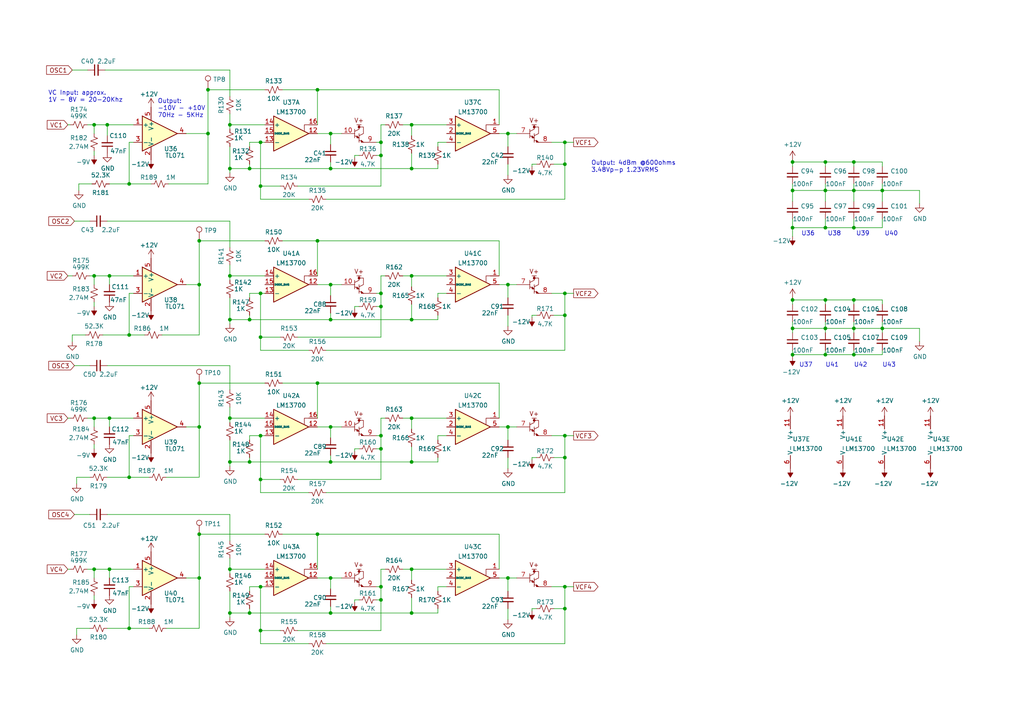
<source format=kicad_sch>
(kicad_sch (version 20211123) (generator eeschema)
  (paper "A4")
  (title_block (title "Twangilizer") (rev "1.1"))
  (junction (at 95.885 38.735))
  (junction (at 37.465 138.43))
  (junction (at 27.305 80.01))
  (junction (at 37.465 53.34))
  (junction (at 119.38 80.01))
  (junction (at 27.305 36.195))
  (junction (at 31.115 36.195))
  (junction (at 110.49 88.9))
  (junction (at 163.83 47.625))
  (junction (at 110.49 173.99))
  (junction (at 57.785 167.64))
  (junction (at 66.675 92.71))
  (junction (at 66.675 165.1))
  (junction (at 147.32 123.825))
  (junction (at 255.905 95.25))
  (junction (at 110.49 130.175))
  (junction (at 37.465 182.245))
  (junction (at 66.675 121.285))
  (junction (at 163.83 170.18))
  (junction (at 95.885 167.64))
  (junction (at 163.83 41.275))
  (junction (at 75.565 126.365))
  (junction (at 247.65 102.87))
  (junction (at 229.87 86.995))
  (junction (at 147.32 82.55))
  (junction (at 119.38 92.71))
  (junction (at 239.395 95.25))
  (junction (at 247.65 55.245))
  (junction (at 255.905 55.245))
  (junction (at 66.675 80.01))
  (junction (at 92.075 69.85))
  (junction (at 72.39 177.8))
  (junction (at 95.885 133.985))
  (junction (at 92.075 111.125))
  (junction (at 110.49 126.365))
  (junction (at 72.39 92.71))
  (junction (at 239.395 102.87))
  (junction (at 229.87 102.87))
  (junction (at 119.38 177.8))
  (junction (at 163.83 126.365))
  (junction (at 163.83 85.09))
  (junction (at 57.785 69.85))
  (junction (at 31.75 80.01))
  (junction (at 119.38 36.195))
  (junction (at 57.785 123.825))
  (junction (at 66.675 133.985))
  (junction (at 57.785 111.125))
  (junction (at 57.785 154.94))
  (junction (at 239.395 86.995))
  (junction (at 147.32 38.735))
  (junction (at 27.305 165.1))
  (junction (at 92.075 154.94))
  (junction (at 247.65 66.04))
  (junction (at 95.885 48.895))
  (junction (at 95.885 123.825))
  (junction (at 163.83 132.715))
  (junction (at 239.395 55.245))
  (junction (at 247.65 46.99))
  (junction (at 247.65 95.25))
  (junction (at 60.325 38.735))
  (junction (at 31.75 165.1))
  (junction (at 163.83 91.44))
  (junction (at 66.675 36.195))
  (junction (at 75.565 53.975))
  (junction (at 119.38 133.985))
  (junction (at 66.675 177.8))
  (junction (at 119.38 48.895))
  (junction (at 75.565 139.065))
  (junction (at 247.65 86.995))
  (junction (at 119.38 165.1))
  (junction (at 163.83 176.53))
  (junction (at 229.87 66.04))
  (junction (at 72.39 48.895))
  (junction (at 75.565 182.88))
  (junction (at 110.49 170.18))
  (junction (at 119.38 121.285))
  (junction (at 75.565 170.18))
  (junction (at 110.49 85.09))
  (junction (at 57.785 82.55))
  (junction (at 37.465 97.155))
  (junction (at 239.395 66.04))
  (junction (at 72.39 133.985))
  (junction (at 95.885 82.55))
  (junction (at 229.87 46.99))
  (junction (at 92.075 26.035))
  (junction (at 110.49 41.275))
  (junction (at 147.32 167.64))
  (junction (at 31.75 121.285))
  (junction (at 229.87 95.25))
  (junction (at 95.885 92.71))
  (junction (at 75.565 41.275))
  (junction (at 60.325 26.035))
  (junction (at 66.675 48.895))
  (junction (at 229.87 55.245))
  (junction (at 239.395 46.99))
  (junction (at 75.565 85.09))
  (junction (at 75.565 97.79))
  (junction (at 95.885 177.8))
  (junction (at 110.49 45.085))
  (junction (at 27.305 121.285))
  (wire (pts (xy 102.87 130.175) (xy 102.87 130.81)))
  (wire (pts (xy 110.49 170.18) (xy 110.49 165.1)))
  (wire (pts (xy 27.305 172.72) (xy 27.305 173.99)))
  (wire (pts (xy 109.22 130.175) (xy 110.49 130.175)))
  (wire (pts (xy 19.685 80.01) (xy 20.955 80.01)))
  (wire (pts (xy 92.075 154.94) (xy 92.075 165.1)))
  (wire (pts (xy 155.575 91.44) (xy 154.305 91.44)))
  (wire (pts (xy 116.84 80.01) (xy 119.38 80.01)))
  (wire (pts (xy 102.87 173.99) (xy 102.87 174.625)))
  (wire (pts (xy 75.565 53.975) (xy 75.565 41.275)))
  (wire (pts (xy 109.22 126.365) (xy 110.49 126.365)))
  (wire (pts (xy 110.49 45.085) (xy 110.49 41.275)))
  (wire (pts (xy 66.675 42.545) (xy 66.675 48.895)))
  (wire (pts (xy 20.955 97.155) (xy 20.955 99.06)))
  (wire (pts (xy 22.225 138.43) (xy 22.225 140.335)))
  (wire (pts (xy 26.035 182.245) (xy 22.225 182.245)))
  (wire (pts (xy 144.78 154.94) (xy 92.075 154.94)))
  (wire (pts (xy 255.905 86.995) (xy 247.65 86.995)))
  (wire (pts (xy 109.22 41.275) (xy 110.49 41.275)))
  (wire (pts (xy 27.305 36.195) (xy 27.305 38.735)))
  (wire (pts (xy 104.14 88.9) (xy 102.87 88.9)))
  (wire (pts (xy 21.59 64.135) (xy 26.035 64.135)))
  (wire (pts (xy 25.4 36.195) (xy 27.305 36.195)))
  (wire (pts (xy 48.895 53.34) (xy 60.325 53.34)))
  (wire (pts (xy 144.78 38.735) (xy 147.32 38.735)))
  (wire (pts (xy 266.7 99.06) (xy 266.7 95.25)))
  (wire (pts (xy 163.83 41.275) (xy 166.37 41.275)))
  (wire (pts (xy 72.39 47.625) (xy 72.39 48.895)))
  (wire (pts (xy 119.38 165.1) (xy 119.38 168.275)))
  (wire (pts (xy 127 126.365) (xy 127 127.635)))
  (wire (pts (xy 95.885 38.735) (xy 95.885 41.91)))
  (wire (pts (xy 72.39 176.53) (xy 72.39 177.8)))
  (wire (pts (xy 92.075 38.735) (xy 95.885 38.735)))
  (wire (pts (xy 57.785 138.43) (xy 57.785 123.825)))
  (wire (pts (xy 239.395 66.04) (xy 247.65 66.04)))
  (wire (pts (xy 19.685 121.285) (xy 20.32 121.285)))
  (wire (pts (xy 66.675 36.195) (xy 66.675 37.465)))
  (wire (pts (xy 119.38 129.54) (xy 119.38 133.985)))
  (wire (pts (xy 239.395 55.245) (xy 239.395 58.42)))
  (wire (pts (xy 160.02 41.275) (xy 163.83 41.275)))
  (wire (pts (xy 31.75 53.34) (xy 37.465 53.34)))
  (wire (pts (xy 75.565 57.785) (xy 75.565 53.975)))
  (wire (pts (xy 95.885 123.825) (xy 99.06 123.825)))
  (wire (pts (xy 160.655 176.53) (xy 163.83 176.53)))
  (wire (pts (xy 72.39 133.985) (xy 66.675 133.985)))
  (wire (pts (xy 239.395 53.34) (xy 239.395 55.245)))
  (wire (pts (xy 57.785 111.125) (xy 57.785 123.825)))
  (wire (pts (xy 144.78 69.85) (xy 92.075 69.85)))
  (wire (pts (xy 109.22 45.085) (xy 110.49 45.085)))
  (wire (pts (xy 255.905 102.87) (xy 247.65 102.87)))
  (wire (pts (xy 247.65 66.04) (xy 247.65 63.5)))
  (wire (pts (xy 229.87 66.04) (xy 239.395 66.04)))
  (wire (pts (xy 31.75 80.01) (xy 38.735 80.01)))
  (wire (pts (xy 72.39 92.71) (xy 66.675 92.71)))
  (wire (pts (xy 127 132.715) (xy 127 133.985)))
  (wire (pts (xy 110.49 121.285) (xy 111.76 121.285)))
  (wire (pts (xy 27.305 36.195) (xy 31.115 36.195)))
  (wire (pts (xy 38.735 126.365) (xy 37.465 126.365)))
  (wire (pts (xy 72.39 127.635) (xy 72.39 126.365)))
  (wire (pts (xy 147.32 91.44) (xy 147.32 94.615)))
  (wire (pts (xy 31.75 121.285) (xy 38.735 121.285)))
  (wire (pts (xy 247.65 95.25) (xy 255.905 95.25)))
  (wire (pts (xy 110.49 165.1) (xy 111.76 165.1)))
  (wire (pts (xy 75.565 170.18) (xy 76.835 170.18)))
  (wire (pts (xy 247.65 58.42) (xy 247.65 55.245)))
  (wire (pts (xy 75.565 142.875) (xy 75.565 139.065)))
  (wire (pts (xy 266.7 59.055) (xy 266.7 55.245)))
  (wire (pts (xy 60.325 26.035) (xy 60.325 38.735)))
  (wire (pts (xy 247.65 95.25) (xy 247.65 96.52)))
  (wire (pts (xy 119.38 80.01) (xy 119.38 83.185)))
  (wire (pts (xy 92.075 123.825) (xy 95.885 123.825)))
  (wire (pts (xy 116.84 121.285) (xy 119.38 121.285)))
  (wire (pts (xy 86.36 53.975) (xy 110.49 53.975)))
  (wire (pts (xy 81.915 111.125) (xy 92.075 111.125)))
  (wire (pts (xy 31.115 36.195) (xy 38.735 36.195)))
  (wire (pts (xy 110.49 36.195) (xy 111.76 36.195)))
  (wire (pts (xy 76.835 80.01) (xy 66.675 80.01)))
  (wire (pts (xy 37.465 170.18) (xy 37.465 182.245)))
  (wire (pts (xy 66.675 121.285) (xy 66.675 122.555)))
  (wire (pts (xy 29.845 97.155) (xy 37.465 97.155)))
  (wire (pts (xy 116.84 165.1) (xy 119.38 165.1)))
  (wire (pts (xy 31.115 149.225) (xy 66.675 149.225)))
  (wire (pts (xy 163.83 41.275) (xy 163.83 47.625)))
  (wire (pts (xy 20.955 20.32) (xy 25.4 20.32)))
  (wire (pts (xy 37.465 97.155) (xy 41.91 97.155)))
  (wire (pts (xy 31.75 165.1) (xy 38.735 165.1)))
  (wire (pts (xy 92.075 69.85) (xy 92.075 80.01)))
  (wire (pts (xy 21.59 149.225) (xy 26.035 149.225)))
  (wire (pts (xy 75.565 41.275) (xy 76.835 41.275)))
  (wire (pts (xy 110.49 41.275) (xy 110.49 36.195)))
  (wire (pts (xy 154.305 176.53) (xy 154.305 177.165)))
  (wire (pts (xy 255.905 46.99) (xy 247.65 46.99)))
  (wire (pts (xy 110.49 85.09) (xy 110.49 80.01)))
  (wire (pts (xy 163.83 126.365) (xy 166.37 126.365)))
  (wire (pts (xy 66.675 64.135) (xy 66.675 71.755)))
  (wire (pts (xy 155.575 47.625) (xy 154.305 47.625)))
  (wire (pts (xy 75.565 85.09) (xy 76.835 85.09)))
  (wire (pts (xy 255.905 88.265) (xy 255.905 86.995)))
  (wire (pts (xy 21.59 106.045) (xy 26.035 106.045)))
  (wire (pts (xy 119.38 165.1) (xy 129.54 165.1)))
  (wire (pts (xy 37.465 182.245) (xy 43.18 182.245)))
  (wire (pts (xy 239.395 46.99) (xy 229.87 46.99)))
  (wire (pts (xy 247.65 46.99) (xy 247.65 48.26)))
  (wire (pts (xy 66.675 86.36) (xy 66.675 92.71)))
  (wire (pts (xy 147.32 47.625) (xy 147.32 50.8)))
  (wire (pts (xy 129.54 170.18) (xy 127 170.18)))
  (wire (pts (xy 147.32 123.825) (xy 147.32 127.635)))
  (wire (pts (xy 81.28 182.88) (xy 75.565 182.88)))
  (wire (pts (xy 89.535 101.6) (xy 75.565 101.6)))
  (wire (pts (xy 66.675 106.045) (xy 66.675 113.03)))
  (wire (pts (xy 147.32 176.53) (xy 147.32 179.705)))
  (wire (pts (xy 110.49 53.975) (xy 110.49 45.085)))
  (wire (pts (xy 144.78 82.55) (xy 147.32 82.55)))
  (wire (pts (xy 144.78 111.125) (xy 144.78 121.285)))
  (wire (pts (xy 119.38 44.45) (xy 119.38 48.895)))
  (wire (pts (xy 239.395 55.245) (xy 247.65 55.245)))
  (wire (pts (xy 27.305 128.905) (xy 27.305 130.175)))
  (wire (pts (xy 239.395 86.995) (xy 239.395 88.265)))
  (wire (pts (xy 127 92.71) (xy 119.38 92.71)))
  (wire (pts (xy 129.54 126.365) (xy 127 126.365)))
  (wire (pts (xy 26.035 138.43) (xy 22.225 138.43)))
  (wire (pts (xy 37.465 138.43) (xy 43.18 138.43)))
  (wire (pts (xy 160.655 91.44) (xy 163.83 91.44)))
  (wire (pts (xy 89.535 186.69) (xy 75.565 186.69)))
  (wire (pts (xy 109.22 88.9) (xy 110.49 88.9)))
  (wire (pts (xy 57.785 154.94) (xy 57.785 167.64)))
  (wire (pts (xy 95.885 132.08) (xy 95.885 133.985)))
  (wire (pts (xy 76.835 69.85) (xy 57.785 69.85)))
  (wire (pts (xy 110.49 173.99) (xy 110.49 170.18)))
  (wire (pts (xy 163.83 170.18) (xy 166.37 170.18)))
  (wire (pts (xy 19.685 165.1) (xy 20.32 165.1)))
  (wire (pts (xy 57.785 111.125) (xy 76.835 111.125)))
  (wire (pts (xy 76.835 36.195) (xy 66.675 36.195)))
  (wire (pts (xy 255.905 53.34) (xy 255.905 55.245)))
  (wire (pts (xy 94.615 57.785) (xy 163.83 57.785)))
  (wire (pts (xy 163.83 101.6) (xy 163.83 91.44)))
  (wire (pts (xy 66.675 80.01) (xy 66.675 81.28)))
  (wire (pts (xy 92.075 167.64) (xy 95.885 167.64)))
  (wire (pts (xy 72.39 41.275) (xy 75.565 41.275)))
  (wire (pts (xy 86.36 139.065) (xy 110.49 139.065)))
  (wire (pts (xy 129.54 41.275) (xy 127 41.275)))
  (wire (pts (xy 255.905 55.245) (xy 255.905 58.42)))
  (wire (pts (xy 229.87 102.87) (xy 229.87 103.505)))
  (wire (pts (xy 144.78 69.85) (xy 144.78 80.01)))
  (wire (pts (xy 229.87 101.6) (xy 229.87 102.87)))
  (wire (pts (xy 72.39 126.365) (xy 75.565 126.365)))
  (wire (pts (xy 119.38 36.195) (xy 129.54 36.195)))
  (wire (pts (xy 110.49 139.065) (xy 110.49 130.175)))
  (wire (pts (xy 239.395 86.995) (xy 229.87 86.995)))
  (wire (pts (xy 147.32 123.825) (xy 149.86 123.825)))
  (wire (pts (xy 72.39 171.45) (xy 72.39 170.18)))
  (wire (pts (xy 57.785 154.94) (xy 76.835 154.94)))
  (wire (pts (xy 22.86 53.34) (xy 22.86 55.245)))
  (wire (pts (xy 94.615 186.69) (xy 163.83 186.69)))
  (wire (pts (xy 144.78 111.125) (xy 92.075 111.125)))
  (wire (pts (xy 27.305 121.285) (xy 31.75 121.285)))
  (wire (pts (xy 66.675 177.8) (xy 66.675 179.07)))
  (wire (pts (xy 119.38 48.895) (xy 95.885 48.895)))
  (wire (pts (xy 127 41.275) (xy 127 42.545)))
  (wire (pts (xy 57.785 69.85) (xy 57.785 82.55)))
  (wire (pts (xy 66.675 149.225) (xy 66.675 156.845)))
  (wire (pts (xy 247.65 86.995) (xy 247.65 88.265)))
  (wire (pts (xy 24.765 97.155) (xy 20.955 97.155)))
  (wire (pts (xy 119.38 88.265) (xy 119.38 92.71)))
  (wire (pts (xy 229.87 55.245) (xy 229.87 58.42)))
  (wire (pts (xy 239.395 93.345) (xy 239.395 95.25)))
  (wire (pts (xy 48.26 182.245) (xy 57.785 182.245)))
  (wire (pts (xy 95.885 90.805) (xy 95.885 92.71)))
  (wire (pts (xy 75.565 139.065) (xy 75.565 126.365)))
  (wire (pts (xy 119.38 80.01) (xy 129.54 80.01)))
  (wire (pts (xy 76.835 165.1) (xy 66.675 165.1)))
  (wire (pts (xy 22.225 182.245) (xy 22.225 184.15)))
  (wire (pts (xy 81.28 53.975) (xy 75.565 53.975)))
  (wire (pts (xy 247.65 55.245) (xy 255.905 55.245)))
  (wire (pts (xy 147.32 38.735) (xy 149.86 38.735)))
  (wire (pts (xy 163.83 85.09) (xy 166.37 85.09)))
  (wire (pts (xy 109.22 170.18) (xy 110.49 170.18)))
  (wire (pts (xy 95.885 123.825) (xy 95.885 127)))
  (wire (pts (xy 31.115 36.195) (xy 31.115 39.37)))
  (wire (pts (xy 31.115 106.045) (xy 66.675 106.045)))
  (wire (pts (xy 255.905 66.04) (xy 247.65 66.04)))
  (wire (pts (xy 72.39 170.18) (xy 75.565 170.18)))
  (wire (pts (xy 255.905 101.6) (xy 255.905 102.87)))
  (wire (pts (xy 66.675 76.835) (xy 66.675 80.01)))
  (wire (pts (xy 27.305 121.285) (xy 27.305 123.825)))
  (wire (pts (xy 95.885 48.895) (xy 72.39 48.895)))
  (wire (pts (xy 66.675 92.71) (xy 66.675 93.98)))
  (wire (pts (xy 163.83 142.875) (xy 163.83 132.715)))
  (wire (pts (xy 116.84 36.195) (xy 119.38 36.195)))
  (wire (pts (xy 160.655 47.625) (xy 163.83 47.625)))
  (wire (pts (xy 102.87 45.085) (xy 102.87 45.72)))
  (wire (pts (xy 81.915 69.85) (xy 92.075 69.85)))
  (wire (pts (xy 163.83 170.18) (xy 163.83 176.53)))
  (wire (pts (xy 109.22 85.09) (xy 110.49 85.09)))
  (wire (pts (xy 95.885 133.985) (xy 72.39 133.985)))
  (wire (pts (xy 247.65 102.87) (xy 239.395 102.87)))
  (wire (pts (xy 229.87 93.345) (xy 229.87 95.25)))
  (wire (pts (xy 66.675 48.895) (xy 66.675 50.165)))
  (wire (pts (xy 72.39 91.44) (xy 72.39 92.71)))
  (wire (pts (xy 247.65 101.6) (xy 247.65 102.87)))
  (wire (pts (xy 229.87 46.355) (xy 229.87 46.99)))
  (wire (pts (xy 95.885 82.55) (xy 99.06 82.55)))
  (wire (pts (xy 76.835 26.035) (xy 60.325 26.035)))
  (wire (pts (xy 229.87 95.25) (xy 239.395 95.25)))
  (wire (pts (xy 66.675 161.925) (xy 66.675 165.1)))
  (wire (pts (xy 95.885 38.735) (xy 99.06 38.735)))
  (wire (pts (xy 144.78 167.64) (xy 147.32 167.64)))
  (wire (pts (xy 239.395 95.25) (xy 247.65 95.25)))
  (wire (pts (xy 53.975 38.735) (xy 60.325 38.735)))
  (wire (pts (xy 110.49 126.365) (xy 110.49 121.285)))
  (wire (pts (xy 127 133.985) (xy 119.38 133.985)))
  (wire (pts (xy 57.785 97.155) (xy 57.785 82.55)))
  (wire (pts (xy 89.535 57.785) (xy 75.565 57.785)))
  (wire (pts (xy 255.905 63.5) (xy 255.905 66.04)))
  (wire (pts (xy 239.395 101.6) (xy 239.395 102.87)))
  (wire (pts (xy 25.4 165.1) (xy 27.305 165.1)))
  (wire (pts (xy 163.83 186.69) (xy 163.83 176.53)))
  (wire (pts (xy 81.28 97.79) (xy 75.565 97.79)))
  (wire (pts (xy 229.87 63.5) (xy 229.87 66.04)))
  (wire (pts (xy 37.465 41.275) (xy 37.465 53.34)))
  (wire (pts (xy 95.885 175.895) (xy 95.885 177.8)))
  (wire (pts (xy 147.32 82.55) (xy 147.32 86.36)))
  (wire (pts (xy 160.655 132.715) (xy 163.83 132.715)))
  (wire (pts (xy 76.835 121.285) (xy 66.675 121.285)))
  (wire (pts (xy 147.32 38.735) (xy 147.32 42.545)))
  (wire (pts (xy 37.465 126.365) (xy 37.465 138.43)))
  (wire (pts (xy 72.39 177.8) (xy 66.675 177.8)))
  (wire (pts (xy 94.615 142.875) (xy 163.83 142.875)))
  (wire (pts (xy 27.305 165.1) (xy 31.75 165.1)))
  (wire (pts (xy 46.99 97.155) (xy 57.785 97.155)))
  (wire (pts (xy 127 170.18) (xy 127 171.45)))
  (wire (pts (xy 229.87 55.245) (xy 239.395 55.245)))
  (wire (pts (xy 110.49 80.01) (xy 111.76 80.01)))
  (wire (pts (xy 66.675 165.1) (xy 66.675 166.37)))
  (wire (pts (xy 104.14 130.175) (xy 102.87 130.175)))
  (wire (pts (xy 26.035 80.01) (xy 27.305 80.01)))
  (wire (pts (xy 147.32 132.715) (xy 147.32 135.89)))
  (wire (pts (xy 127 91.44) (xy 127 92.71)))
  (wire (pts (xy 147.32 167.64) (xy 149.86 167.64)))
  (wire (pts (xy 19.685 36.195) (xy 20.32 36.195)))
  (wire (pts (xy 247.65 93.345) (xy 247.65 95.25)))
  (wire (pts (xy 119.38 92.71) (xy 95.885 92.71)))
  (wire (pts (xy 155.575 132.715) (xy 154.305 132.715)))
  (wire (pts (xy 27.305 80.01) (xy 27.305 82.55)))
  (wire (pts (xy 229.87 86.36) (xy 229.87 86.995)))
  (wire (pts (xy 160.02 170.18) (xy 163.83 170.18)))
  (wire (pts (xy 66.675 33.02) (xy 66.675 36.195)))
  (wire (pts (xy 92.075 26.035) (xy 92.075 36.195)))
  (wire (pts (xy 160.02 85.09) (xy 163.83 85.09)))
  (wire (pts (xy 72.39 42.545) (xy 72.39 41.275)))
  (wire (pts (xy 86.36 97.79) (xy 110.49 97.79)))
  (wire (pts (xy 95.885 82.55) (xy 95.885 85.725)))
  (wire (pts (xy 110.49 130.175) (xy 110.49 126.365)))
  (wire (pts (xy 144.78 123.825) (xy 147.32 123.825)))
  (wire (pts (xy 229.87 66.04) (xy 229.87 68.58)))
  (wire (pts (xy 75.565 182.88) (xy 75.565 170.18)))
  (wire (pts (xy 31.75 165.1) (xy 31.75 167.64)))
  (wire (pts (xy 92.075 82.55) (xy 95.885 82.55)))
  (wire (pts (xy 86.36 182.88) (xy 110.49 182.88)))
  (wire (pts (xy 81.915 26.035) (xy 92.075 26.035)))
  (wire (pts (xy 163.83 126.365) (xy 163.83 132.715)))
  (wire (pts (xy 92.075 111.125) (xy 92.075 121.285)))
  (wire (pts (xy 239.395 102.87) (xy 229.87 102.87)))
  (wire (pts (xy 119.38 121.285) (xy 129.54 121.285)))
  (wire (pts (xy 37.465 85.09) (xy 37.465 97.155)))
  (wire (pts (xy 66.675 171.45) (xy 66.675 177.8)))
  (wire (pts (xy 154.305 91.44) (xy 154.305 92.075)))
  (wire (pts (xy 119.38 173.355) (xy 119.38 177.8)))
  (wire (pts (xy 247.65 86.995) (xy 239.395 86.995)))
  (wire (pts (xy 247.65 53.34) (xy 247.65 55.245)))
  (wire (pts (xy 127 176.53) (xy 127 177.8)))
  (wire (pts (xy 102.87 88.9) (xy 102.87 89.535)))
  (wire (pts (xy 119.38 133.985) (xy 95.885 133.985)))
  (wire (pts (xy 31.115 64.135) (xy 66.675 64.135)))
  (wire (pts (xy 31.75 80.01) (xy 31.75 82.55)))
  (wire (pts (xy 239.395 63.5) (xy 239.395 66.04)))
  (wire (pts (xy 127 47.625) (xy 127 48.895)))
  (wire (pts (xy 110.49 97.79) (xy 110.49 88.9)))
  (wire (pts (xy 26.67 53.34) (xy 22.86 53.34)))
  (wire (pts (xy 89.535 142.875) (xy 75.565 142.875)))
  (wire (pts (xy 239.395 46.99) (xy 239.395 48.26)))
  (wire (pts (xy 119.38 121.285) (xy 119.38 124.46)))
  (wire (pts (xy 163.83 85.09) (xy 163.83 91.44)))
  (wire (pts (xy 266.7 95.25) (xy 255.905 95.25)))
  (wire (pts (xy 110.49 182.88) (xy 110.49 173.99)))
  (wire (pts (xy 255.905 93.345) (xy 255.905 95.25)))
  (wire (pts (xy 66.675 133.985) (xy 66.675 135.255)))
  (wire (pts (xy 66.675 127.635) (xy 66.675 133.985)))
  (wire (pts (xy 229.87 46.99) (xy 229.87 48.26)))
  (wire (pts (xy 110.49 88.9) (xy 110.49 85.09)))
  (wire (pts (xy 57.785 182.245) (xy 57.785 167.64)))
  (wire (pts (xy 75.565 126.365) (xy 76.835 126.365)))
  (wire (pts (xy 38.735 85.09) (xy 37.465 85.09)))
  (wire (pts (xy 31.75 121.285) (xy 31.75 123.825)))
  (wire (pts (xy 255.905 95.25) (xy 255.905 96.52)))
  (wire (pts (xy 154.305 132.715) (xy 154.305 133.35)))
  (wire (pts (xy 127 48.895) (xy 119.38 48.895)))
  (wire (pts (xy 155.575 176.53) (xy 154.305 176.53)))
  (wire (pts (xy 81.915 154.94) (xy 92.075 154.94)))
  (wire (pts (xy 239.395 95.25) (xy 239.395 96.52)))
  (wire (pts (xy 154.305 47.625) (xy 154.305 48.26)))
  (wire (pts (xy 57.785 167.64) (xy 53.975 167.64)))
  (wire (pts (xy 163.83 57.785) (xy 163.83 47.625)))
  (wire (pts (xy 66.675 118.11) (xy 66.675 121.285)))
  (wire (pts (xy 144.78 154.94) (xy 144.78 165.1)))
  (wire (pts (xy 109.22 173.99) (xy 110.49 173.99)))
  (wire (pts (xy 266.7 55.245) (xy 255.905 55.245)))
  (wire (pts (xy 147.32 167.64) (xy 147.32 171.45)))
  (wire (pts (xy 72.39 48.895) (xy 66.675 48.895)))
  (wire (pts (xy 94.615 101.6) (xy 163.83 101.6)))
  (wire (pts (xy 27.305 165.1) (xy 27.305 167.64)))
  (wire (pts (xy 38.735 170.18) (xy 37.465 170.18)))
  (wire (pts (xy 119.38 177.8) (xy 95.885 177.8)))
  (wire (pts (xy 37.465 53.34) (xy 43.815 53.34)))
  (wire (pts (xy 104.14 173.99) (xy 102.87 173.99)))
  (wire (pts (xy 75.565 186.69) (xy 75.565 182.88)))
  (wire (pts (xy 144.78 26.035) (xy 144.78 36.195)))
  (wire (pts (xy 229.87 95.25) (xy 229.87 96.52)))
  (wire (pts (xy 127 177.8) (xy 119.38 177.8)))
  (wire (pts (xy 144.78 26.035) (xy 92.075 26.035)))
  (wire (pts (xy 27.305 80.01) (xy 31.75 80.01)))
  (wire (pts (xy 147.32 82.55) (xy 149.86 82.55)))
  (wire (pts (xy 127 85.09) (xy 127 86.36)))
  (wire (pts (xy 95.885 167.64) (xy 95.885 170.815)))
  (wire (pts (xy 95.885 46.99) (xy 95.885 48.895)))
  (wire (pts (xy 81.28 139.065) (xy 75.565 139.065)))
  (wire (pts (xy 57.785 82.55) (xy 53.975 82.55)))
  (wire (pts (xy 95.885 167.64) (xy 99.06 167.64)))
  (wire (pts (xy 30.48 20.32) (xy 66.675 20.32)))
  (wire (pts (xy 31.115 182.245) (xy 37.465 182.245)))
  (wire (pts (xy 119.38 36.195) (xy 119.38 39.37)))
  (wire (pts (xy 229.87 86.995) (xy 229.87 88.265)))
  (wire (pts (xy 25.4 121.285) (xy 27.305 121.285)))
  (wire (pts (xy 72.39 86.36) (xy 72.39 85.09)))
  (wire (pts (xy 75.565 101.6) (xy 75.565 97.79)))
  (wire (pts (xy 72.39 132.715) (xy 72.39 133.985)))
  (wire (pts (xy 27.305 87.63) (xy 27.305 88.9)))
  (wire (pts (xy 31.115 138.43) (xy 37.465 138.43)))
  (wire (pts (xy 60.325 53.34) (xy 60.325 38.735)))
  (wire (pts (xy 48.26 138.43) (xy 57.785 138.43)))
  (wire (pts (xy 247.65 46.99) (xy 239.395 46.99)))
  (wire (pts (xy 129.54 85.09) (xy 127 85.09)))
  (wire (pts (xy 104.14 45.085) (xy 102.87 45.085)))
  (wire (pts (xy 27.305 43.815) (xy 27.305 45.085)))
  (wire (pts (xy 38.735 41.275) (xy 37.465 41.275)))
  (wire (pts (xy 95.885 92.71) (xy 72.39 92.71)))
  (wire (pts (xy 95.885 177.8) (xy 72.39 177.8)))
  (wire (pts (xy 57.785 123.825) (xy 53.975 123.825)))
  (wire (pts (xy 66.675 20.32) (xy 66.675 27.94)))
  (wire (pts (xy 255.905 48.26) (xy 255.905 46.99)))
  (wire (pts (xy 72.39 85.09) (xy 75.565 85.09)))
  (wire (pts (xy 229.87 53.34) (xy 229.87 55.245)))
  (wire (pts (xy 160.02 126.365) (xy 163.83 126.365)))
  (wire (pts (xy 75.565 97.79) (xy 75.565 85.09)))
  (text "U39" (at 248.285 68.58 0) (effects (font (size 1.27 1.27)) (justify left bottom)))
  (text "U42" (at 247.65 106.68 0) (effects (font (size 1.27 1.27)) (justify left bottom)))
  (text "U36" (at 232.41 68.58 0) (effects (font (size 1.27 1.27)) (justify left bottom)))
  (text "Output:\n-10V - +10V\n70Hz - 5KHz" (at 45.72 34.29 0) (effects (font (size 1.27 1.27)) (justify left bottom)))
  (text "U37" (at 231.775 106.68 0) (effects (font (size 1.27 1.27)) (justify left bottom)))
  (text "Output: 4dBm @600ohms\n3.48Vp-p 1.23VRMS" (at 171.45 50.165 0) (effects (font (size 1.27 1.27)) (justify left bottom)))
  (text "U43" (at 255.905 106.68 0) (effects (font (size 1.27 1.27)) (justify left bottom)))
  (text "U41" (at 239.395 106.68 0) (effects (font (size 1.27 1.27)) (justify left bottom)))
  (text "U40" (at 256.54 68.58 0) (effects (font (size 1.27 1.27)) (justify left bottom)))
  (text "VC Input: approx.\n1V - 8V = 20-20Khz" (at 13.97 29.845 0) (effects (font (size 1.27 1.27)) (justify left bottom)))
  (text "U38" (at 240.03 68.58 0) (effects (font (size 1.27 1.27)) (justify left bottom)))
  (global_label "OSC1" (shape input) (at 20.955 20.32 180) (property "Intersheet References" "${INTERSHEET_REFS}" (effects hide)))
  (global_label "VCF2" (shape output) (at 166.37 85.09 0) (property "Intersheet References" "${INTERSHEET_REFS}" (effects hide)))
  (global_label "VC1" (shape input) (at 19.685 36.195 180) (property "Intersheet References" "${INTERSHEET_REFS}" (effects hide)))
  (global_label "OSC3" (shape input) (at 21.59 106.045 180) (property "Intersheet References" "${INTERSHEET_REFS}" (effects hide)))
  (global_label "VCF1" (shape output) (at 166.37 41.275 0) (property "Intersheet References" "${INTERSHEET_REFS}" (effects hide)))
  (global_label "OSC4" (shape input) (at 21.59 149.225 180) (property "Intersheet References" "${INTERSHEET_REFS}" (effects hide)))
  (global_label "VCF4" (shape output) (at 166.37 170.18 0) (property "Intersheet References" "${INTERSHEET_REFS}" (effects hide)))
  (global_label "VC3" (shape input) (at 19.685 121.285 180) (property "Intersheet References" "${INTERSHEET_REFS}" (effects hide)))
  (global_label "VC4" (shape input) (at 19.685 165.1 180) (property "Intersheet References" "${INTERSHEET_REFS}" (effects hide)))
  (global_label "OSC2" (shape input) (at 21.59 64.135 180) (property "Intersheet References" "${INTERSHEET_REFS}" (effects hide)))
  (global_label "VCF3" (shape output) (at 166.37 126.365 0) (property "Intersheet References" "${INTERSHEET_REFS}" (effects hide)))
  (global_label "VC2" (shape input) (at 19.685 80.01 180) (property "Intersheet References" "${INTERSHEET_REFS}" (effects hide)))
  (symbol (lib_id "power:GND") (at 31.75 87.63 0) (unit 1)
    (property "Reference" "#PWR0256" (effects hide))
    (property "Value" "GND" (at 31.877 92.0242 0))
  )
  (symbol (lib_id "Amplifier_Operational:LM13700") (at 106.68 167.64 0) (unit 2)
    (property "Reference" "U43" (effects hide))
    (property "Value" "LM13700" (effects hide))
    (property "Footprint" "Package_SO:SOIC-16_3.9x9.9mm_P1.27mm" (effects hide))
    (property "Datasheet" "http://www.ti.com/lit/ds/symlink/lm13700.pdf" (effects hide))
    (property "LCSC Part #" "C174050" (effects hide))
  )
  (symbol (lib_id "Device:R_Small_US") (at 106.68 130.175 270) (unit 1)
    (property "Reference" "R160" (at 106.68 128.27 90))
    (property "Value" "4.7K" (at 106.68 132.715 90))
    (property "Footprint" "Resistor_SMD:R_0603_1608Metric" (effects hide))
    (property "Digi-Key Part" "CRT0805-FZ-1002ELFCT-ND" (effects hide))
    (property "LCSC Part #" "C23162" (effects hide))
  )
  (symbol (lib_id "power:-12V") (at 154.305 133.35 180) (unit 1)
    (property "Reference" "#PWR0183" (effects hide))
    (property "Value" "-12V" (at 151.13 134.62 0))
  )
  (symbol (lib_id "Amplifier_Operational:LM13700") (at 106.68 123.825 0) (unit 2)
    (property "Reference" "U42" (effects hide))
    (property "Value" "LM13700" (effects hide))
    (property "Footprint" "Package_SO:SOIC-16_3.9x9.9mm_P1.27mm" (effects hide))
    (property "Datasheet" "http://www.ti.com/lit/ds/symlink/lm13700.pdf" (effects hide))
    (property "LCSC Part #" "C174050" (effects hide))
  )
  (symbol (lib_id "Device:R_Small_US") (at 72.39 45.085 0) (unit 1)
    (property "Reference" "R132" (at 69.85 43.815 0))
    (property "Value" "1K" (at 69.215 45.72 0))
    (property "Footprint" "Resistor_SMD:R_0603_1608Metric" (effects hide))
    (property "Digi-Key Part" "CRT0805-FZ-1002ELFCT-ND" (effects hide))
    (property "LCSC Part #" "C21190" (effects hide))
  )
  (symbol (lib_id "power:GND") (at 20.955 99.06 0) (unit 1)
    (property "Reference" "#PWR028" (effects hide))
    (property "Value" "GND" (at 21.082 103.4542 0))
  )
  (symbol (lib_id "Device:R_Small_US") (at 27.305 85.09 180) (unit 1)
    (property "Reference" "R183" (at 23.495 83.82 0))
    (property "Value" "2.74M" (at 22.86 86.36 0))
    (property "Footprint" "Resistor_SMD:R_0603_1608Metric" (effects hide))
    (property "Digi-Key Part" "CRT0805-FZ-1002ELFCT-ND" (effects hide))
    (property "LCSC Part #" "C482806" (effects hide))
  )
  (symbol (lib_id "Device:C_Small") (at 95.885 88.265 0) (unit 1)
    (property "Reference" "C88" (at 90.805 88.265 0) (effects (justify left)))
    (property "Value" "22nF" (at 88.265 90.17 0) (effects (justify left)))
    (property "Footprint" "Capacitor_SMD:C_0805_2012Metric_Pad1.18x1.45mm_HandSolder" (effects hide))
    (property "Datasheet" "http://datasheets.avx.com/SR-Series.pdf" (effects hide))
    (property "Digi-Key Part" "BC2662CT-ND" (effects hide))
    (property "LCSC Part #" "C415303" (effects hide))
  )
  (symbol (lib_id "Device:R_Small_US") (at 22.86 121.285 90) (unit 1)
    (property "Reference" "R176" (at 22.86 116.84 90))
    (property "Value" "499K" (at 22.86 118.745 90))
    (property "Footprint" "Resistor_SMD:R_0603_1608Metric" (effects hide))
    (property "Digi-Key Part" "CRT0805-FZ-1002ELFCT-ND" (effects hide))
    (property "LCSC Part #" "C131054" (effects hide))
  )
  (symbol (lib_id "Device:R_Small_US") (at 66.675 125.095 0) (unit 1)
    (property "Reference" "R144" (at 70.485 123.19 0))
    (property "Value" "1K" (at 69.215 125.095 0))
    (property "Footprint" "Resistor_SMD:R_0603_1608Metric" (effects hide))
    (property "Digi-Key Part" "CRT0805-FZ-1002ELFCT-ND" (effects hide))
    (property "LCSC Part #" "C21190" (effects hide))
  )
  (symbol (lib_id "Device:C_Small") (at 95.885 173.355 0) (unit 1)
    (property "Reference" "C90" (at 90.805 173.355 0) (effects (justify left)))
    (property "Value" "22nF" (at 88.265 175.26 0) (effects (justify left)))
    (property "Footprint" "Capacitor_SMD:C_0805_2012Metric_Pad1.18x1.45mm_HandSolder" (effects hide))
    (property "Datasheet" "http://datasheets.avx.com/SR-Series.pdf" (effects hide))
    (property "Digi-Key Part" "BC2662CT-ND" (effects hide))
    (property "LCSC Part #" "C415303" (effects hide))
  )
  (symbol (lib_id "power:GND") (at 147.32 179.705 0) (unit 1)
    (property "Reference" "#PWR0207" (effects hide))
    (property "Value" "GND" (at 147.447 184.0992 0))
  )
  (symbol (lib_id "power:+12V") (at 229.87 46.355 0) (unit 1)
    (property "Reference" "#PWR0185" (effects hide))
    (property "Value" "+12V" (at 229.87 41.91 0))
  )
  (symbol (lib_id "power:-12V") (at 229.87 103.505 180) (unit 1)
    (property "Reference" "#PWR0195" (effects hide))
    (property "Value" "-12V" (at 229.489 107.8992 0))
  )
  (symbol (lib_id "Device:R_Small_US") (at 72.39 130.175 0) (unit 1)
    (property "Reference" "R148" (at 69.85 128.905 0))
    (property "Value" "1K" (at 69.85 130.81 0))
    (property "Footprint" "Resistor_SMD:R_0603_1608Metric" (effects hide))
    (property "Digi-Key Part" "CRT0805-FZ-1002ELFCT-ND" (effects hide))
    (property "LCSC Part #" "C21190" (effects hide))
  )
  (symbol (lib_id "Device:R_Small_US") (at 106.68 173.99 270) (unit 1)
    (property "Reference" "R161" (at 106.68 172.085 90))
    (property "Value" "4.7K" (at 106.68 176.53 90))
    (property "Footprint" "Resistor_SMD:R_0603_1608Metric" (effects hide))
    (property "Digi-Key Part" "CRT0805-FZ-1002ELFCT-ND" (effects hide))
    (property "LCSC Part #" "C23162" (effects hide))
  )
  (symbol (lib_id "Amplifier_Operational:LM13700") (at 137.16 82.55 0) (mirror x) (unit 3)
    (property "Reference" "U41" (at 137.16 73.5035 0))
    (property "Value" "LM13700" (at 137.16 76.2786 0))
    (property "Footprint" "Package_SO:SOIC-16_3.9x9.9mm_P1.27mm" (effects hide))
    (property "Datasheet" "http://www.ti.com/lit/ds/symlink/lm13700.pdf" (effects hide))
    (property "LCSC Part #" "C174050" (effects hide))
  )
  (symbol (lib_id "Device:R_Small_US") (at 158.115 176.53 270) (unit 1)
    (property "Reference" "R173" (at 158.115 174.625 90))
    (property "Value" "4.7K" (at 158.115 179.07 90))
    (property "Footprint" "Resistor_SMD:R_0603_1608Metric" (effects hide))
    (property "Digi-Key Part" "CRT0805-FZ-1002ELFCT-ND" (effects hide))
    (property "LCSC Part #" "C23162" (effects hide))
  )
  (symbol (lib_id "power:-12V") (at 43.815 131.445 180) (unit 1)
    (property "Reference" "#PWR0202" (effects hide))
    (property "Value" "-12V" (at 40.64 132.715 0))
  )
  (symbol (lib_id "Device:C_Small") (at 147.32 88.9 0) (unit 1)
    (property "Reference" "C91" (at 142.24 88.9 0) (effects (justify left)))
    (property "Value" "22nF" (at 139.7 90.805 0) (effects (justify left)))
    (property "Footprint" "Capacitor_SMD:C_0805_2012Metric_Pad1.18x1.45mm_HandSolder" (effects hide))
    (property "Datasheet" "http://datasheets.avx.com/SR-Series.pdf" (effects hide))
    (property "Digi-Key Part" "BC2662CT-ND" (effects hide))
    (property "LCSC Part #" "C415303" (effects hide))
  )
  (symbol (lib_id "power:-12V") (at 102.87 130.81 180) (unit 1)
    (property "Reference" "#PWR0180" (effects hide))
    (property "Value" "-12V" (at 99.695 132.08 0))
  )
  (symbol (lib_id "Device:C_Small") (at 255.905 90.805 0) (unit 1)
    (property "Reference" "C108" (at 258.2418 89.6366 0) (effects (justify left)))
    (property "Value" "100nF" (at 255.905 93.345 0) (effects (justify left)))
    (property "Footprint" "Capacitor_SMD:C_0805_2012Metric_Pad1.18x1.45mm_HandSolder" (effects hide))
    (property "Datasheet" "http://datasheets.avx.com/SR-Series.pdf" (effects hide))
    (property "Digi-Key Part" "478-10836-1-ND" (effects hide))
    (property "LCSC Part #" "C49678" (effects hide))
  )
  (symbol (lib_id "power:+12V") (at 43.815 116.205 0) (unit 1)
    (property "Reference" "#PWR0172" (effects hide))
    (property "Value" "+12V" (at 43.18 112.395 0))
  )
  (symbol (lib_id "power:-12V") (at 154.305 177.165 180) (unit 1)
    (property "Reference" "#PWR0184" (effects hide))
    (property "Value" "-12V" (at 151.13 178.435 0))
  )
  (symbol (lib_id "power:-12V") (at 102.87 89.535 180) (unit 1)
    (property "Reference" "#PWR0179" (effects hide))
    (property "Value" "-12V" (at 99.695 90.805 0))
  )
  (symbol (lib_id "Device:R_Small_US") (at 92.075 186.69 90) (mirror x) (unit 1)
    (property "Reference" "R158" (at 92.075 184.15 90))
    (property "Value" "20K" (at 92.075 189.23 90))
    (property "Footprint" "Resistor_SMD:R_0603_1608Metric" (effects hide))
    (property "Digi-Key Part" "CRT0805-FZ-1002ELFCT-ND" (effects hide))
    (property "LCSC Part #" "C4184" (effects hide))
  )
  (symbol (lib_id "power:GND") (at 66.675 135.255 0) (unit 1)
    (property "Reference" "#PWR0177" (effects hide))
    (property "Value" "GND" (at 66.802 139.6492 0))
  )
  (symbol (lib_id "power:-12V") (at 256.54 135.89 180) (unit 1)
    (property "Reference" "#PWR0190" (effects hide))
    (property "Value" "-12V" (at 256.159 140.2842 0))
  )
  (symbol (lib_id "power:-12V") (at 269.875 135.89 180) (unit 1)
    (property "Reference" "#PWR0193" (effects hide))
    (property "Value" "-12V" (at 269.494 140.2842 0))
  )
  (symbol (lib_id "power:GND") (at 66.675 50.165 0) (unit 1)
    (property "Reference" "#PWR0165" (effects hide))
    (property "Value" "GND" (at 66.802 54.5592 0))
  )
  (symbol (lib_id "power:+12V") (at 43.815 31.115 0) (unit 1)
    (property "Reference" "#PWR01" (effects hide))
    (property "Value" "+12V" (at 43.18 27.305 0))
  )
  (symbol (lib_id "power:GND") (at 22.225 140.335 0) (unit 1)
    (property "Reference" "#PWR0171" (effects hide))
    (property "Value" "GND" (at 22.352 144.7292 0))
  )
  (symbol (lib_id "Amplifier_Operational:TLV172IDCK") (at 43.815 123.825 0) (unit 1)
    (property "Reference" "U39" (at 49.53 128.27 0))
    (property "Value" "TL071" (at 50.8 130.175 0))
    (property "Footprint" "Package_TO_SOT_SMD:SOT-353_SC-70-5" (effects hide))
    (property "Datasheet" "http://www.ti.com/lit/ds/symlink/tlv172.pdf" (effects hide))
    (property "LCSC Part #" "C4370475" (effects hide))
    (property "Digi-Key Part" "296-TL071HIDCKRCT-ND" (effects hide))
  )
  (symbol (lib_id "Device:R_Small_US") (at 79.375 69.85 90) (mirror x) (unit 1)
    (property "Reference" "R150" (at 79.375 67.31 90))
    (property "Value" "10K" (at 79.375 72.39 90))
    (property "Footprint" "Resistor_SMD:R_0603_1608Metric" (effects hide))
    (property "Digi-Key Part" "CRT0805-FZ-1002ELFCT-ND" (effects hide))
    (property "LCSC Part #" "C25804" (effects hide))
  )
  (symbol (lib_id "Device:R_Small_US") (at 27.305 126.365 180) (unit 1)
    (property "Reference" "R184" (at 23.495 124.46 0))
    (property "Value" "2.74M" (at 22.86 127 0))
    (property "Footprint" "Resistor_SMD:R_0603_1608Metric" (effects hide))
    (property "Digi-Key Part" "CRT0805-FZ-1002ELFCT-ND" (effects hide))
    (property "LCSC Part #" "C482806" (effects hide))
  )
  (symbol (lib_id "power:GND") (at 22.225 184.15 0) (unit 1)
    (property "Reference" "#PWR0173" (effects hide))
    (property "Value" "GND" (at 22.352 188.5442 0))
  )
  (symbol (lib_id "Device:R_Small_US") (at 66.675 168.91 0) (unit 1)
    (property "Reference" "R146" (at 70.485 167.005 0))
    (property "Value" "1K" (at 69.215 168.91 0))
    (property "Footprint" "Resistor_SMD:R_0603_1608Metric" (effects hide))
    (property "Digi-Key Part" "CRT0805-FZ-1002ELFCT-ND" (effects hide))
    (property "LCSC Part #" "C21190" (effects hide))
  )
  (symbol (lib_id "Device:R_Small_US") (at 114.3 165.1 90) (mirror x) (unit 1)
    (property "Reference" "R164" (at 114.3 162.56 90))
    (property "Value" "20K" (at 114.3 167.64 90))
    (property "Footprint" "Resistor_SMD:R_0603_1608Metric" (effects hide))
    (property "Digi-Key Part" "CRT0805-FZ-1002ELFCT-ND" (effects hide))
    (property "LCSC Part #" "C4184" (effects hide))
  )
  (symbol (lib_id "power:-12V") (at 229.87 68.58 180) (unit 1)
    (property "Reference" "#PWR0208" (effects hide))
    (property "Value" "-12V" (at 226.695 69.85 0))
  )
  (symbol (lib_id "Amplifier_Operational:TLV172IDCK") (at 43.815 82.55 0) (unit 1)
    (property "Reference" "U38" (at 49.53 86.995 0))
    (property "Value" "TL071" (at 50.8 88.9 0))
    (property "Footprint" "Package_TO_SOT_SMD:SOT-353_SC-70-5" (effects hide))
    (property "Datasheet" "http://www.ti.com/lit/ds/symlink/tlv172.pdf" (effects hide))
    (property "LCSC Part #" "C4370475" (effects hide))
    (property "Digi-Key Part" "296-TL071HIDCKRCT-ND" (effects hide))
  )
  (symbol (lib_id "Device:R_Small_US") (at 79.375 111.125 90) (mirror x) (unit 1)
    (property "Reference" "R151" (at 79.375 108.585 90))
    (property "Value" "10K" (at 79.375 113.665 90))
    (property "Footprint" "Resistor_SMD:R_0603_1608Metric" (effects hide))
    (property "Digi-Key Part" "CRT0805-FZ-1002ELFCT-ND" (effects hide))
    (property "LCSC Part #" "C25804" (effects hide))
  )
  (symbol (lib_id "power:+12V") (at 229.87 86.36 0) (unit 1)
    (property "Reference" "#PWR0194" (effects hide))
    (property "Value" "+12V" (at 229.87 81.915 0))
  )
  (symbol (lib_id "Device:R_Small_US") (at 119.38 127 0) (unit 1)
    (property "Reference" "R166" (at 116.205 127 0))
    (property "Value" "1K" (at 121.92 127 0))
    (property "Footprint" "Resistor_SMD:R_0603_1608Metric" (effects hide))
    (property "Digi-Key Part" "CRT0805-FZ-1002ELFCT-ND" (effects hide))
    (property "LCSC Part #" "C21190" (effects hide))
  )
  (symbol (lib_id "Device:R_Small_US") (at 44.45 97.155 90) (unit 1)
    (property "Reference" "R186" (at 41.275 95.25 90))
    (property "Value" "1M" (at 47.625 95.25 90))
    (property "Footprint" "Resistor_SMD:R_0603_1608Metric" (effects hide))
    (property "Digi-Key Part" "CRT0805-FZ-1002ELFCT-ND" (effects hide))
    (property "LCSC Part #" "C22935" (effects hide))
  )
  (symbol (lib_id "Device:R_Small_US") (at 83.82 139.065 90) (mirror x) (unit 1)
    (property "Reference" "R154" (at 83.82 136.525 90))
    (property "Value" "20K" (at 83.82 141.605 90))
    (property "Footprint" "Resistor_SMD:R_0603_1608Metric" (effects hide))
    (property "Digi-Key Part" "CRT0805-FZ-1002ELFCT-ND" (effects hide))
    (property "LCSC Part #" "C4184" (effects hide))
  )
  (symbol (lib_id "Device:R_Small_US") (at 127 173.99 0) (unit 1)
    (property "Reference" "R170" (at 123.825 173.99 0))
    (property "Value" "1K" (at 129.54 173.99 0))
    (property "Footprint" "Resistor_SMD:R_0603_1608Metric" (effects hide))
    (property "Digi-Key Part" "CRT0805-FZ-1002ELFCT-ND" (effects hide))
    (property "LCSC Part #" "C21190" (effects hide))
  )
  (symbol (lib_id "Device:R_Small_US") (at 92.075 57.785 90) (mirror x) (unit 1)
    (property "Reference" "R135" (at 92.075 55.245 90))
    (property "Value" "20K" (at 92.075 60.325 90))
    (property "Footprint" "Resistor_SMD:R_0603_1608Metric" (effects hide))
    (property "Digi-Key Part" "CRT0805-FZ-1002ELFCT-ND" (effects hide))
    (property "LCSC Part #" "C4184" (effects hide))
  )
  (symbol (lib_id "Device:C_Small") (at 239.395 90.805 0) (unit 1)
    (property "Reference" "C104" (at 241.7318 89.6366 0) (effects (justify left)))
    (property "Value" "100nF" (at 239.395 93.345 0) (effects (justify left)))
    (property "Footprint" "Capacitor_SMD:C_0805_2012Metric_Pad1.18x1.45mm_HandSolder" (effects hide))
    (property "Datasheet" "http://datasheets.avx.com/SR-Series.pdf" (effects hide))
    (property "Digi-Key Part" "478-10836-1-ND" (effects hide))
    (property "LCSC Part #" "C49678" (effects hide))
  )
  (symbol (lib_id "Device:R_Small_US") (at 27.305 97.155 90) (unit 1)
    (property "Reference" "R178" (at 27.305 99.695 90))
    (property "Value" "52.3K" (at 27.305 94.615 90))
    (property "Footprint" "Resistor_SMD:R_0603_1608Metric" (effects hide))
    (property "Digi-Key Part" "CRT0805-FZ-1002ELFCT-ND" (effects hide))
    (property "LCSC Part #" "C23198" (effects hide))
  )
  (symbol (lib_id "Device:R_Small_US") (at 45.72 182.245 90) (unit 1)
    (property "Reference" "R188" (at 42.545 180.34 90))
    (property "Value" "1M" (at 48.895 180.34 90))
    (property "Footprint" "Resistor_SMD:R_0603_1608Metric" (effects hide))
    (property "Digi-Key Part" "CRT0805-FZ-1002ELFCT-ND" (effects hide))
    (property "LCSC Part #" "C22935" (effects hide))
  )
  (symbol (lib_id "Amplifier_Operational:LM13700") (at 231.775 128.27 0) (unit 5)
    (property "Reference" "U37" (at 229.87 127.3615 0) (effects (justify left)))
    (property "Value" "LM13700" (at 229.87 130.1366 0) (effects (justify left)))
    (property "Footprint" "Package_SO:SOIC-16_3.9x9.9mm_P1.27mm" (effects hide))
    (property "Datasheet" "http://www.ti.com/lit/ds/symlink/lm13700.pdf" (effects hide))
    (property "LCSC Part #" "C174050" (effects hide))
  )
  (symbol (lib_id "Device:C_Small") (at 95.885 44.45 0) (unit 1)
    (property "Reference" "C41" (at 90.805 44.45 0) (effects (justify left)))
    (property "Value" "22nF" (at 88.265 46.355 0) (effects (justify left)))
    (property "Footprint" "Capacitor_SMD:C_0805_2012Metric_Pad1.18x1.45mm_HandSolder" (effects hide))
    (property "Datasheet" "http://datasheets.avx.com/SR-Series.pdf" (effects hide))
    (property "Digi-Key Part" "BC2662CT-ND" (effects hide))
    (property "LCSC Part #" "C415303" (effects hide))
  )
  (symbol (lib_id "power:GND") (at 147.32 94.615 0) (unit 1)
    (property "Reference" "#PWR0205" (effects hide))
    (property "Value" "GND" (at 147.447 99.0092 0))
  )
  (symbol (lib_id "Amplifier_Operational:LM13700") (at 84.455 123.825 0) (mirror x) (unit 1)
    (property "Reference" "U42" (at 84.455 114.7785 0))
    (property "Value" "LM13700" (at 84.455 117.5536 0))
    (property "Footprint" "Package_SO:SOIC-16_3.9x9.9mm_P1.27mm" (effects hide))
    (property "Datasheet" "http://www.ti.com/lit/ds/symlink/lm13700.pdf" (effects hide))
    (property "LCSC Part #" "C174050" (effects hide))
  )
  (symbol (lib_id "Device:R_Small_US") (at 79.375 26.035 90) (mirror x) (unit 1)
    (property "Reference" "R133" (at 79.375 23.495 90))
    (property "Value" "10K" (at 79.375 28.575 90))
    (property "Footprint" "Resistor_SMD:R_0603_1608Metric" (effects hide))
    (property "Digi-Key Part" "CRT0805-FZ-1002ELFCT-ND" (effects hide))
    (property "LCSC Part #" "C25804" (effects hide))
  )
  (symbol (lib_id "Device:C_Small") (at 28.575 64.135 90) (unit 1)
    (property "Reference" "C43" (at 27.305 66.675 90) (effects (justify left)))
    (property "Value" "2.2uF" (at 34.925 66.675 90) (effects (justify left)))
    (property "Footprint" "Capacitor_SMD:C_0603_1608Metric_Pad1.08x0.95mm_HandSolder" (effects hide))
    (property "Datasheet" "http://datasheets.avx.com/SR-Series.pdf" (effects hide))
    (property "Digi-Key Part" "399-9877-1-ND" (effects hide))
    (property "LCSC Part #" "C23630" (effects hide))
  )
  (symbol (lib_id "Device:R_Small_US") (at 66.675 159.385 0) (unit 1)
    (property "Reference" "R145" (at 64.135 159.385 90))
    (property "Value" "10K" (at 69.215 159.385 90))
    (property "Footprint" "Resistor_SMD:R_0603_1608Metric" (effects hide))
    (property "Digi-Key Part" "CRT0805-FZ-1002ELFCT-ND" (effects hide))
    (property "LCSC Part #" "C25804" (effects hide))
  )
  (symbol (lib_id "power:-12V") (at 244.475 135.89 180) (unit 1)
    (property "Reference" "#PWR0188" (effects hide))
    (property "Value" "-12V" (at 244.094 140.2842 0))
  )
  (symbol (lib_id "Device:R_Small_US") (at 72.39 88.9 0) (unit 1)
    (property "Reference" "R147" (at 69.85 87.63 0))
    (property "Value" "1K" (at 69.85 89.535 0))
    (property "Footprint" "Resistor_SMD:R_0603_1608Metric" (effects hide))
    (property "Digi-Key Part" "CRT0805-FZ-1002ELFCT-ND" (effects hide))
    (property "LCSC Part #" "C21190" (effects hide))
  )
  (symbol (lib_id "Device:C_Small") (at 247.65 60.96 0) (unit 1)
    (property "Reference" "C99" (at 249.9868 59.7916 0) (effects (justify left)))
    (property "Value" "100nF" (at 247.65 63.5 0) (effects (justify left)))
    (property "Footprint" "Capacitor_SMD:C_0805_2012Metric_Pad1.18x1.45mm_HandSolder" (effects hide))
    (property "Datasheet" "http://datasheets.avx.com/SR-Series.pdf" (effects hide))
    (property "Digi-Key Part" "478-10836-1-ND" (effects hide))
    (property "LCSC Part #" "C49678" (effects hide))
  )
  (symbol (lib_id "Amplifier_Operational:LM13700") (at 157.48 167.64 0) (unit 4)
    (property "Reference" "U43" (effects hide))
    (property "Value" "LM13700" (effects hide))
    (property "Footprint" "Package_SO:SOIC-16_3.9x9.9mm_P1.27mm" (effects hide))
    (property "Datasheet" "http://www.ti.com/lit/ds/symlink/lm13700.pdf" (effects hide))
    (property "LCSC Part #" "C174050" (effects hide))
  )
  (symbol (lib_id "Device:R_Small_US") (at 83.82 97.79 90) (mirror x) (unit 1)
    (property "Reference" "R153" (at 83.82 95.25 90))
    (property "Value" "20K" (at 83.82 100.33 90))
    (property "Footprint" "Resistor_SMD:R_0603_1608Metric" (effects hide))
    (property "Digi-Key Part" "CRT0805-FZ-1002ELFCT-ND" (effects hide))
    (property "LCSC Part #" "C4184" (effects hide))
  )
  (symbol (lib_id "Device:R_Small_US") (at 114.3 36.195 90) (mirror x) (unit 1)
    (property "Reference" "R137" (at 114.3 33.655 90))
    (property "Value" "20K" (at 114.3 38.735 90))
    (property "Footprint" "Resistor_SMD:R_0603_1608Metric" (effects hide))
    (property "Digi-Key Part" "CRT0805-FZ-1002ELFCT-ND" (effects hide))
    (property "LCSC Part #" "C4184" (effects hide))
  )
  (symbol (lib_id "power:GND") (at 147.32 135.89 0) (unit 1)
    (property "Reference" "#PWR0206" (effects hide))
    (property "Value" "GND" (at 147.447 140.2842 0))
  )
  (symbol (lib_id "Device:C_Small") (at 255.905 99.06 0) (unit 1)
    (property "Reference" "C109" (at 258.2418 97.8916 0) (effects (justify left)))
    (property "Value" "100nF" (at 255.905 101.6 0) (effects (justify left)))
    (property "Footprint" "Capacitor_SMD:C_0805_2012Metric_Pad1.18x1.45mm_HandSolder" (effects hide))
    (property "Datasheet" "http://datasheets.avx.com/SR-Series.pdf" (effects hide))
    (property "Digi-Key Part" "478-10836-1-ND" (effects hide))
    (property "LCSC Part #" "C49678" (effects hide))
  )
  (symbol (lib_id "Device:R_Small_US") (at 92.075 142.875 90) (mirror x) (unit 1)
    (property "Reference" "R157" (at 92.075 140.335 90))
    (property "Value" "20K" (at 92.075 145.415 90))
    (property "Footprint" "Resistor_SMD:R_0603_1608Metric" (effects hide))
    (property "Digi-Key Part" "CRT0805-FZ-1002ELFCT-ND" (effects hide))
    (property "LCSC Part #" "C4184" (effects hide))
  )
  (symbol (lib_id "Device:R_Small_US") (at 45.72 138.43 90) (unit 1)
    (property "Reference" "R187" (at 42.545 136.525 90))
    (property "Value" "1M" (at 48.895 136.525 90))
    (property "Footprint" "Resistor_SMD:R_0603_1608Metric" (effects hide))
    (property "Digi-Key Part" "CRT0805-FZ-1002ELFCT-ND" (effects hide))
    (property "LCSC Part #" "C22935" (effects hide))
  )
  (symbol (lib_id "Amplifier_Operational:LM13700") (at 137.16 167.64 0) (mirror x) (unit 3)
    (property "Reference" "U43" (at 137.16 158.5935 0))
    (property "Value" "LM13700" (at 137.16 161.3686 0))
    (property "Footprint" "Package_SO:SOIC-16_3.9x9.9mm_P1.27mm" (effects hide))
    (property "Datasheet" "http://www.ti.com/lit/ds/symlink/lm13700.pdf" (effects hide))
    (property "LCSC Part #" "C174050" (effects hide))
  )
  (symbol (lib_id "Device:R_Small_US") (at 127 45.085 0) (unit 1)
    (property "Reference" "R139" (at 123.825 45.085 0))
    (property "Value" "1K" (at 129.54 45.085 0))
    (property "Footprint" "Resistor_SMD:R_0603_1608Metric" (effects hide))
    (property "Digi-Key Part" "CRT0805-FZ-1002ELFCT-ND" (effects hide))
    (property "LCSC Part #" "C21190" (effects hide))
  )
  (symbol (lib_id "power:GND") (at 22.86 55.245 0) (unit 1)
    (property "Reference" "#PWR0175" (effects hide))
    (property "Value" "GND" (at 22.987 59.6392 0))
  )
  (symbol (lib_id "Device:C_Small") (at 31.75 170.18 180) (unit 1)
    (property "Reference" "C113" (at 37.465 168.275 0) (effects (justify left)))
    (property "Value" "47nF" (at 37.465 172.085 0) (effects (justify left)))
    (property "Footprint" "Capacitor_SMD:C_0603_1608Metric_Pad1.08x0.95mm_HandSolder" (effects hide))
    (property "Datasheet" "http://datasheets.avx.com/SR-Series.pdf" (effects hide))
    (property "Digi-Key Part" "478-10836-1-ND" (effects hide))
    (property "LCSC Part #" "C1622" (effects hide))
  )
  (symbol (lib_id "Device:R_Small_US") (at 23.495 80.01 90) (unit 1)
    (property "Reference" "R175" (at 23.495 75.565 90))
    (property "Value" "499K" (at 23.495 77.47 90))
    (property "Footprint" "Resistor_SMD:R_0603_1608Metric" (effects hide))
    (property "Digi-Key Part" "CRT0805-FZ-1002ELFCT-ND" (effects hide))
    (property "LCSC Part #" "C131054" (effects hide))
  )
  (symbol (lib_id "Device:C_Small") (at 229.87 99.06 0) (unit 1)
    (property "Reference" "C103" (at 232.2068 97.8916 0) (effects (justify left)))
    (property "Value" "100nF" (at 229.87 101.6 0) (effects (justify left)))
    (property "Footprint" "Capacitor_SMD:C_0805_2012Metric_Pad1.18x1.45mm_HandSolder" (effects hide))
    (property "Datasheet" "http://datasheets.avx.com/SR-Series.pdf" (effects hide))
    (property "Digi-Key Part" "478-10836-1-ND" (effects hide))
    (property "LCSC Part #" "C49678" (effects hide))
  )
  (symbol (lib_id "Device:R_Small_US") (at 28.575 182.245 90) (unit 1)
    (property "Reference" "R180" (at 28.575 184.785 90))
    (property "Value" "52.3K" (at 28.575 179.705 90))
    (property "Footprint" "Resistor_SMD:R_0603_1608Metric" (effects hide))
    (property "Digi-Key Part" "CRT0805-FZ-1002ELFCT-ND" (effects hide))
    (property "LCSC Part #" "C23198" (effects hide))
  )
  (symbol (lib_id "Device:R_Small_US") (at 28.575 138.43 90) (unit 1)
    (property "Reference" "R179" (at 28.575 140.97 90))
    (property "Value" "52.3K" (at 28.575 135.89 90))
    (property "Footprint" "Resistor_SMD:R_0603_1608Metric" (effects hide))
    (property "Digi-Key Part" "CRT0805-FZ-1002ELFCT-ND" (effects hide))
    (property "LCSC Part #" "C23198" (effects hide))
  )
  (symbol (lib_id "Device:R_Small_US") (at 66.675 115.57 0) (unit 1)
    (property "Reference" "R143" (at 64.135 115.57 90))
    (property "Value" "10K" (at 69.215 115.57 90))
    (property "Footprint" "Resistor_SMD:R_0603_1608Metric" (effects hide))
    (property "Digi-Key Part" "CRT0805-FZ-1002ELFCT-ND" (effects hide))
    (property "LCSC Part #" "C25804" (effects hide))
  )
  (symbol (lib_id "Device:R_Small_US") (at 92.075 101.6 90) (mirror x) (unit 1)
    (property "Reference" "R156" (at 92.075 99.06 90))
    (property "Value" "20K" (at 92.075 104.14 90))
    (property "Footprint" "Resistor_SMD:R_0603_1608Metric" (effects hide))
    (property "Digi-Key Part" "CRT0805-FZ-1002ELFCT-ND" (effects hide))
    (property "LCSC Part #" "C4184" (effects hide))
  )
  (symbol (lib_id "power:GND") (at 31.75 128.905 0) (unit 1)
    (property "Reference" "#PWR0199" (effects hide))
    (property "Value" "GND" (at 31.877 133.2992 0))
  )
  (symbol (lib_id "power:+12V") (at 43.815 160.02 0) (unit 1)
    (property "Reference" "#PWR0174" (effects hide))
    (property "Value" "+12V" (at 43.18 156.21 0))
  )
  (symbol (lib_id "Device:R_Small_US") (at 114.3 121.285 90) (mirror x) (unit 1)
    (property "Reference" "R163" (at 114.3 118.745 90))
    (property "Value" "20K" (at 114.3 123.825 90))
    (property "Footprint" "Resistor_SMD:R_0603_1608Metric" (effects hide))
    (property "Digi-Key Part" "CRT0805-FZ-1002ELFCT-ND" (effects hide))
    (property "LCSC Part #" "C4184" (effects hide))
  )
  (symbol (lib_id "Device:C_Small") (at 28.575 149.225 90) (unit 1)
    (property "Reference" "C51" (at 27.94 152.4 90) (effects (justify left)))
    (property "Value" "2.2uF" (at 34.925 152.4 90) (effects (justify left)))
    (property "Footprint" "Capacitor_SMD:C_0603_1608Metric_Pad1.08x0.95mm_HandSolder" (effects hide))
    (property "Datasheet" "http://datasheets.avx.com/SR-Series.pdf" (effects hide))
    (property "Digi-Key Part" "399-9877-1-ND" (effects hide))
    (property "LCSC Part #" "C23630" (effects hide))
  )
  (symbol (lib_id "Device:R_Small_US") (at 27.305 170.18 180) (unit 1)
    (property "Reference" "R185" (at 23.495 168.91 0))
    (property "Value" "2.74M" (at 22.86 171.45 0))
    (property "Footprint" "Resistor_SMD:R_0603_1608Metric" (effects hide))
    (property "Digi-Key Part" "CRT0805-FZ-1002ELFCT-ND" (effects hide))
    (property "LCSC Part #" "C482806" (effects hide))
  )
  (symbol (lib_id "power:+12V") (at 43.815 74.93 0) (unit 1)
    (property "Reference" "#PWR0170" (effects hide))
    (property "Value" "+12V" (at 43.18 71.12 0))
  )
  (symbol (lib_id "Device:C_Small") (at 229.87 90.805 0) (unit 1)
    (property "Reference" "C102" (at 232.2068 89.6366 0) (effects (justify left)))
    (property "Value" "100nF" (at 229.87 93.345 0) (effects (justify left)))
    (property "Footprint" "Capacitor_SMD:C_0805_2012Metric_Pad1.18x1.45mm_HandSolder" (effects hide))
    (property "Datasheet" "http://datasheets.avx.com/SR-Series.pdf" (effects hide))
    (property "Digi-Key Part" "478-10836-1-ND" (effects hide))
    (property "LCSC Part #" "C49678" (effects hide))
  )
  (symbol (lib_id "Device:R_Small_US") (at 79.375 154.94 90) (mirror x) (unit 1)
    (property "Reference" "R152" (at 79.375 152.4 90))
    (property "Value" "10K" (at 79.375 157.48 90))
    (property "Footprint" "Resistor_SMD:R_0603_1608Metric" (effects hide))
    (property "Digi-Key Part" "CRT0805-FZ-1002ELFCT-ND" (effects hide))
    (property "LCSC Part #" "C25804" (effects hide))
  )
  (symbol (lib_id "Device:R_Small_US") (at 127 130.175 0) (unit 1)
    (property "Reference" "R169" (at 123.825 130.175 0))
    (property "Value" "1K" (at 129.54 130.175 0))
    (property "Footprint" "Resistor_SMD:R_0603_1608Metric" (effects hide))
    (property "Digi-Key Part" "CRT0805-FZ-1002ELFCT-ND" (effects hide))
    (property "LCSC Part #" "C21190" (effects hide))
  )
  (symbol (lib_id "power:GND") (at 31.75 172.72 0) (unit 1)
    (property "Reference" "#PWR0197" (effects hide))
    (property "Value" "GND" (at 31.877 177.1142 0))
  )
  (symbol (lib_id "Device:C_Small") (at 229.87 60.96 0) (unit 1)
    (property "Reference" "C95" (at 232.2068 59.7916 0) (effects (justify left)))
    (property "Value" "100nF" (at 229.87 63.5 0) (effects (justify left)))
    (property "Footprint" "Capacitor_SMD:C_0805_2012Metric_Pad1.18x1.45mm_HandSolder" (effects hide))
    (property "Datasheet" "http://datasheets.avx.com/SR-Series.pdf" (effects hide))
    (property "Digi-Key Part" "478-10836-1-ND" (effects hide))
    (property "LCSC Part #" "C49678" (effects hide))
  )
  (symbol (lib_id "Device:R_Small_US") (at 158.115 91.44 270) (unit 1)
    (property "Reference" "R171" (at 158.115 89.535 90))
    (property "Value" "4.7K" (at 158.115 93.98 90))
    (property "Footprint" "Resistor_SMD:R_0603_1608Metric" (effects hide))
    (property "Digi-Key Part" "CRT0805-FZ-1002ELFCT-ND" (effects hide))
    (property "LCSC Part #" "C23162" (effects hide))
  )
  (symbol (lib_id "Amplifier_Operational:TLV172IDCK") (at 43.815 38.735 0) (unit 1)
    (property "Reference" "U36" (at 49.53 43.18 0))
    (property "Value" "TL071" (at 50.8 45.085 0))
    (property "Footprint" "Package_TO_SOT_SMD:SOT-353_SC-70-5" (effects hide))
    (property "Datasheet" "http://www.ti.com/lit/ds/symlink/tlv172.pdf" (effects hide))
    (property "LCSC Part #" "C4370475" (effects hide))
    (property "Digi-Key Part" "296-TL071HIDCKRCT-ND" (effects hide))
  )
  (symbol (lib_id "Connector:TestPoint") (at 57.785 154.94 0) (unit 1) (in_bom no)
    (property "Reference" "TP11" (at 59.2582 151.9428 0) (effects (justify left)))
    (property "Value" "TestPoint" (effects hide))
    (property "Footprint" "TestPoint:TestPoint_Pad_1.5x1.5mm" (effects hide))
  )
  (symbol (lib_id "Device:C_Small") (at 255.905 50.8 0) (unit 1)
    (property "Reference" "C100" (at 258.2418 49.6316 0) (effects (justify left)))
    (property "Value" "100nF" (at 255.905 53.34 0) (effects (justify left)))
    (property "Footprint" "Capacitor_SMD:C_0805_2012Metric_Pad1.18x1.45mm_HandSolder" (effects hide))
    (property "Datasheet" "http://datasheets.avx.com/SR-Series.pdf" (effects hide))
    (property "Digi-Key Part" "478-10836-1-ND" (effects hide))
    (property "LCSC Part #" "C49678" (effects hide))
  )
  (symbol (lib_id "Device:R_Small_US") (at 119.38 41.91 0) (unit 1)
    (property "Reference" "R138" (at 116.205 41.91 0))
    (property "Value" "1K" (at 121.92 41.91 0))
    (property "Footprint" "Resistor_SMD:R_0603_1608Metric" (effects hide))
    (property "Digi-Key Part" "CRT0805-FZ-1002ELFCT-ND" (effects hide))
    (property "LCSC Part #" "C21190" (effects hide))
  )
  (symbol (lib_id "Amplifier_Operational:LM13700") (at 272.415 128.27 0) (unit 5)
    (property "Reference" "U43" (at 270.51 127.3615 0) (effects (justify left)))
    (property "Value" "LM13700" (at 270.51 130.1366 0) (effects (justify left)))
    (property "Footprint" "Package_SO:SOIC-16_3.9x9.9mm_P1.27mm" (effects hide))
    (property "Datasheet" "http://www.ti.com/lit/ds/symlink/lm13700.pdf" (effects hide))
    (property "LCSC Part #" "C174050" (effects hide))
  )
  (symbol (lib_id "power:-9V") (at 27.305 173.99 180) (unit 1)
    (property "Reference" "#PWR0186" (effects hide))
    (property "Value" "-9V" (at 24.13 175.895 0))
  )
  (symbol (lib_id "Device:R_Small_US") (at 66.675 30.48 0) (unit 1)
    (property "Reference" "R130" (at 64.135 30.48 90))
    (property "Value" "10K" (at 69.215 30.48 90))
    (property "Footprint" "Resistor_SMD:R_0603_1608Metric" (effects hide))
    (property "Digi-Key Part" "CRT0805-FZ-1002ELFCT-ND" (effects hide))
    (property "LCSC Part #" "C25804" (effects hide))
  )
  (symbol (lib_id "power:+12V") (at 256.54 120.65 0) (unit 1)
    (property "Reference" "#PWR0189" (effects hide))
    (property "Value" "+12V" (at 256.54 116.205 0))
  )
  (symbol (lib_id "Amplifier_Operational:LM13700") (at 84.455 82.55 0) (mirror x) (unit 1)
    (property "Reference" "U41" (at 84.455 73.5035 0))
    (property "Value" "LM13700" (at 84.455 76.2786 0))
    (property "Footprint" "Package_SO:SOIC-16_3.9x9.9mm_P1.27mm" (effects hide))
    (property "Datasheet" "http://www.ti.com/lit/ds/symlink/lm13700.pdf" (effects hide))
    (property "LCSC Part #" "C174050" (effects hide))
  )
  (symbol (lib_id "power:-12V") (at 43.815 46.355 180) (unit 1)
    (property "Reference" "#PWR0200" (effects hide))
    (property "Value" "-12V" (at 40.64 47.625 0))
  )
  (symbol (lib_id "Amplifier_Operational:LM13700") (at 259.08 128.27 0) (unit 5)
    (property "Reference" "U42" (at 257.175 127.3615 0) (effects (justify left)))
    (property "Value" "LM13700" (at 257.175 130.1366 0) (effects (justify left)))
    (property "Footprint" "Package_SO:SOIC-16_3.9x9.9mm_P1.27mm" (effects hide))
    (property "Datasheet" "http://www.ti.com/lit/ds/symlink/lm13700.pdf" (effects hide))
    (property "LCSC Part #" "C174050" (effects hide))
  )
  (symbol (lib_id "Device:R_Small_US") (at 119.38 85.725 0) (unit 1)
    (property "Reference" "R165" (at 116.205 85.725 0))
    (property "Value" "1K" (at 121.92 85.725 0))
    (property "Footprint" "Resistor_SMD:R_0603_1608Metric" (effects hide))
    (property "Digi-Key Part" "CRT0805-FZ-1002ELFCT-ND" (effects hide))
    (property "LCSC Part #" "C21190" (effects hide))
  )
  (symbol (lib_id "power:-9V") (at 27.305 130.175 180) (unit 1)
    (property "Reference" "#PWR0198" (effects hide))
    (property "Value" "-9V" (at 24.13 132.08 0))
  )
  (symbol (lib_id "Device:C_Small") (at 247.65 50.8 0) (unit 1)
    (property "Reference" "C98" (at 249.9868 49.6316 0) (effects (justify left)))
    (property "Value" "100nF" (at 247.65 53.34 0) (effects (justify left)))
    (property "Footprint" "Capacitor_SMD:C_0805_2012Metric_Pad1.18x1.45mm_HandSolder" (effects hide))
    (property "Datasheet" "http://datasheets.avx.com/SR-Series.pdf" (effects hide))
    (property "Digi-Key Part" "478-10836-1-ND" (effects hide))
    (property "LCSC Part #" "C49678" (effects hide))
  )
  (symbol (lib_id "Device:C_Small") (at 147.32 45.085 0) (unit 1)
    (property "Reference" "C42" (at 142.24 45.085 0) (effects (justify left)))
    (property "Value" "22nF" (at 139.7 46.99 0) (effects (justify left)))
    (property "Footprint" "Capacitor_SMD:C_0805_2012Metric_Pad1.18x1.45mm_HandSolder" (effects hide))
    (property "Datasheet" "http://datasheets.avx.com/SR-Series.pdf" (effects hide))
    (property "Digi-Key Part" "BC2662CT-ND" (effects hide))
    (property "LCSC Part #" "C415303" (effects hide))
  )
  (symbol (lib_id "Device:C_Small") (at 147.32 130.175 0) (unit 1)
    (property "Reference" "C92" (at 142.24 130.175 0) (effects (justify left)))
    (property "Value" "22nF" (at 139.7 132.08 0) (effects (justify left)))
    (property "Footprint" "Capacitor_SMD:C_0805_2012Metric_Pad1.18x1.45mm_HandSolder" (effects hide))
    (property "Datasheet" "http://datasheets.avx.com/SR-Series.pdf" (effects hide))
    (property "Digi-Key Part" "BC2662CT-ND" (effects hide))
    (property "LCSC Part #" "C415303" (effects hide))
  )
  (symbol (lib_id "power:-12V") (at 43.815 175.26 180) (unit 1)
    (property "Reference" "#PWR0203" (effects hide))
    (property "Value" "-12V" (at 40.64 176.53 0))
  )
  (symbol (lib_id "power:GND") (at 266.7 59.055 0) (unit 1)
    (property "Reference" "#PWR0191" (effects hide))
    (property "Value" "GND" (at 266.827 63.4492 0))
  )
  (symbol (lib_id "power:GND") (at 147.32 50.8 0) (unit 1)
    (property "Reference" "#PWR0204" (effects hide))
    (property "Value" "GND" (at 147.447 55.1942 0))
  )
  (symbol (lib_id "Device:R_Small_US") (at 46.355 53.34 90) (unit 1)
    (property "Reference" "R189" (at 43.18 51.435 90))
    (property "Value" "1M" (at 49.53 51.435 90))
    (property "Footprint" "Resistor_SMD:R_0603_1608Metric" (effects hide))
    (property "Digi-Key Part" "CRT0805-FZ-1002ELFCT-ND" (effects hide))
    (property "LCSC Part #" "C22935" (effects hide))
  )
  (symbol (lib_id "power:-12V") (at 229.235 135.89 180) (unit 1)
    (property "Reference" "#PWR0168" (effects hide))
    (property "Value" "-12V" (at 228.854 140.2842 0))
  )
  (symbol (lib_id "Device:R_Small_US") (at 158.115 47.625 270) (unit 1)
    (property "Reference" "R140" (at 158.115 45.72 90))
    (property "Value" "4.7K" (at 158.115 50.165 90))
    (property "Footprint" "Resistor_SMD:R_0603_1608Metric" (effects hide))
    (property "Digi-Key Part" "CRT0805-FZ-1002ELFCT-ND" (effects hide))
    (property "LCSC Part #" "C23162" (effects hide))
  )
  (symbol (lib_id "Device:C_Small") (at 239.395 99.06 0) (unit 1)
    (property "Reference" "C105" (at 241.7318 97.8916 0) (effects (justify left)))
    (property "Value" "100nF" (at 239.395 101.6 0) (effects (justify left)))
    (property "Footprint" "Capacitor_SMD:C_0805_2012Metric_Pad1.18x1.45mm_HandSolder" (effects hide))
    (property "Datasheet" "http://datasheets.avx.com/SR-Series.pdf" (effects hide))
    (property "Digi-Key Part" "478-10836-1-ND" (effects hide))
    (property "LCSC Part #" "C49678" (effects hide))
  )
  (symbol (lib_id "Device:R_Small_US") (at 27.305 41.275 180) (unit 1)
    (property "Reference" "R182" (at 22.86 40.005 0))
    (property "Value" "2.74M" (at 22.86 42.545 0))
    (property "Footprint" "Resistor_SMD:R_0603_1608Metric" (effects hide))
    (property "Digi-Key Part" "CRT0805-FZ-1002ELFCT-ND" (effects hide))
    (property "LCSC Part #" "C482806" (effects hide))
  )
  (symbol (lib_id "power:-12V") (at 102.87 174.625 180) (unit 1)
    (property "Reference" "#PWR0181" (effects hide))
    (property "Value" "-12V" (at 99.695 175.895 0))
  )
  (symbol (lib_id "power:-12V") (at 154.305 92.075 180) (unit 1)
    (property "Reference" "#PWR0182" (effects hide))
    (property "Value" "-12V" (at 151.13 93.345 0))
  )
  (symbol (lib_id "power:GND") (at 266.7 99.06 0) (unit 1)
    (property "Reference" "#PWR0196" (effects hide))
    (property "Value" "GND" (at 266.827 103.4542 0))
  )
  (symbol (lib_id "Device:R_Small_US") (at 66.675 40.005 0) (unit 1)
    (property "Reference" "R131" (at 70.485 38.1 0))
    (property "Value" "1K" (at 69.215 40.005 0))
    (property "Footprint" "Resistor_SMD:R_0603_1608Metric" (effects hide))
    (property "Digi-Key Part" "CRT0805-FZ-1002ELFCT-ND" (effects hide))
    (property "LCSC Part #" "C21190" (effects hide))
  )
  (symbol (lib_id "Device:C_Small") (at 27.94 20.32 90) (unit 1)
    (property "Reference" "C40" (at 27.305 17.78 90) (effects (justify left)))
    (property "Value" "2.2uF" (at 33.655 17.78 90) (effects (justify left)))
    (property "Footprint" "Capacitor_SMD:C_0603_1608Metric_Pad1.08x0.95mm_HandSolder" (effects hide))
    (property "Datasheet" "http://datasheets.avx.com/SR-Series.pdf" (effects hide))
    (property "Digi-Key Part" "399-9877-1-ND" (effects hide))
    (property "LCSC Part #" "C23630" (effects hide))
  )
  (symbol (lib_id "power:-12V") (at 43.815 90.17 180) (unit 1)
    (property "Reference" "#PWR0201" (effects hide))
    (property "Value" "-12V" (at 40.64 91.44 0))
  )
  (symbol (lib_id "Device:R_Small_US") (at 72.39 173.99 0) (unit 1)
    (property "Reference" "R149" (at 69.85 172.72 0))
    (property "Value" "1K" (at 69.85 174.625 0))
    (property "Footprint" "Resistor_SMD:R_0603_1608Metric" (effects hide))
    (property "Digi-Key Part" "CRT0805-FZ-1002ELFCT-ND" (effects hide))
    (property "LCSC Part #" "C21190" (effects hide))
  )
  (symbol (lib_id "power:+12V") (at 269.875 120.65 0) (unit 1)
    (property "Reference" "#PWR0192" (effects hide))
    (property "Value" "+12V" (at 269.875 116.205 0))
  )
  (symbol (lib_id "Device:R_Small_US") (at 22.86 165.1 90) (unit 1)
    (property "Reference" "R177" (at 22.86 160.655 90))
    (property "Value" "499K" (at 22.86 162.56 90))
    (property "Footprint" "Resistor_SMD:R_0603_1608Metric" (effects hide))
    (property "Digi-Key Part" "CRT0805-FZ-1002ELFCT-ND" (effects hide))
    (property "LCSC Part #" "C131054" (effects hide))
  )
  (symbol (lib_id "Device:R_Small_US") (at 66.675 83.82 0) (unit 1)
    (property "Reference" "R142" (at 70.485 81.915 0))
    (property "Value" "1K" (at 69.215 83.82 0))
    (property "Footprint" "Resistor_SMD:R_0603_1608Metric" (effects hide))
    (property "Digi-Key Part" "CRT0805-FZ-1002ELFCT-ND" (effects hide))
    (property "LCSC Part #" "C21190" (effects hide))
  )
  (symbol (lib_id "power:GND") (at 66.675 93.98 0) (unit 1)
    (property "Reference" "#PWR0176" (effects hide))
    (property "Value" "GND" (at 66.802 98.3742 0))
  )
  (symbol (lib_id "power:-12V") (at 154.305 48.26 180) (unit 1)
    (property "Reference" "#PWR0169" (effects hide))
    (property "Value" "-12V" (at 151.13 49.53 0))
  )
  (symbol (lib_id "Device:R_Small_US") (at 158.115 132.715 270) (unit 1)
    (property "Reference" "R172" (at 158.115 130.81 90))
    (property "Value" "4.7K" (at 158.115 135.255 90))
    (property "Footprint" "Resistor_SMD:R_0603_1608Metric" (effects hide))
    (property "Digi-Key Part" "CRT0805-FZ-1002ELFCT-ND" (effects hide))
    (property "LCSC Part #" "C23162" (effects hide))
  )
  (symbol (lib_id "Device:C_Small") (at 239.395 60.96 0) (unit 1)
    (property "Reference" "C97" (at 241.7318 59.7916 0) (effects (justify left)))
    (property "Value" "100nF" (at 239.395 63.5 0) (effects (justify left)))
    (property "Footprint" "Capacitor_SMD:C_0805_2012Metric_Pad1.18x1.45mm_HandSolder" (effects hide))
    (property "Datasheet" "http://datasheets.avx.com/SR-Series.pdf" (effects hide))
    (property "Digi-Key Part" "478-10836-1-ND" (effects hide))
    (property "LCSC Part #" "C49678" (effects hide))
  )
  (symbol (lib_id "power:GND") (at 31.115 44.45 0) (unit 1)
    (property "Reference" "#PWR0254" (effects hide))
    (property "Value" "GND" (at 31.242 48.8442 0))
  )
  (symbol (lib_id "power:+12V") (at 244.475 120.65 0) (unit 1)
    (property "Reference" "#PWR0187" (effects hide))
    (property "Value" "+12V" (at 244.475 116.205 0))
  )
  (symbol (lib_id "Device:C_Small") (at 31.75 126.365 180) (unit 1)
    (property "Reference" "C112" (at 37.465 124.46 0) (effects (justify left)))
    (property "Value" "47nF" (at 37.465 128.27 0) (effects (justify left)))
    (property "Footprint" "Capacitor_SMD:C_0603_1608Metric_Pad1.08x0.95mm_HandSolder" (effects hide))
    (property "Datasheet" "http://datasheets.avx.com/SR-Series.pdf" (effects hide))
    (property "Digi-Key Part" "478-10836-1-ND" (effects hide))
    (property "LCSC Part #" "C1622" (effects hide))
  )
  (symbol (lib_id "Device:R_Small_US") (at 106.68 45.085 270) (unit 1)
    (property "Reference" "R136" (at 106.68 43.18 90))
    (property "Value" "4.7K" (at 106.68 47.625 90))
    (property "Footprint" "Resistor_SMD:R_0603_1608Metric" (effects hide))
    (property "Digi-Key Part" "CRT0805-FZ-1002ELFCT-ND" (effects hide))
    (property "LCSC Part #" "C23162" (effects hide))
  )
  (symbol (lib_id "power:GND") (at 66.675 179.07 0) (unit 1)
    (property "Reference" "#PWR0178" (effects hide))
    (property "Value" "GND" (at 66.802 183.4642 0))
  )
  (symbol (lib_id "Amplifier_Operational:LM13700") (at 84.455 38.735 0) (mirror x) (unit 1)
    (property "Reference" "U37" (at 84.455 29.6885 0))
    (property "Value" "LM13700" (at 84.455 32.4636 0))
    (property "Footprint" "Package_SO:SOIC-16_3.9x9.9mm_P1.27mm" (effects hide))
    (property "Datasheet" "http://www.ti.com/lit/ds/symlink/lm13700.pdf" (effects hide))
    (property "LCSC Part #" "C174050" (effects hide))
  )
  (symbol (lib_id "Device:R_Small_US") (at 106.68 88.9 270) (unit 1)
    (property "Reference" "R159" (at 106.68 86.995 90))
    (property "Value" "4.7K" (at 106.68 91.44 90))
    (property "Footprint" "Resistor_SMD:R_0603_1608Metric" (effects hide))
    (property "Digi-Key Part" "CRT0805-FZ-1002ELFCT-ND" (effects hide))
    (property "LCSC Part #" "C23162" (effects hide))
  )
  (symbol (lib_id "Amplifier_Operational:LM13700") (at 157.48 82.55 0) (unit 4)
    (property "Reference" "U41" (effects hide))
    (property "Value" "LM13700" (effects hide))
    (property "Footprint" "Package_SO:SOIC-16_3.9x9.9mm_P1.27mm" (effects hide))
    (property "Datasheet" "http://www.ti.com/lit/ds/symlink/lm13700.pdf" (effects hide))
    (property "LCSC Part #" "C174050" (effects hide))
  )
  (symbol (lib_id "Connector:TestPoint") (at 57.785 69.85 0) (unit 1) (in_bom no)
    (property "Reference" "TP9" (at 59.2582 66.8528 0) (effects (justify left)))
    (property "Value" "TestPoint" (effects hide))
    (property "Footprint" "TestPoint:TestPoint_Pad_1.5x1.5mm" (effects hide))
  )
  (symbol (lib_id "Device:C_Small") (at 147.32 173.99 0) (unit 1)
    (property "Reference" "C93" (at 142.24 173.99 0) (effects (justify left)))
    (property "Value" "22nF" (at 139.7 175.895 0) (effects (justify left)))
    (property "Footprint" "Capacitor_SMD:C_0805_2012Metric_Pad1.18x1.45mm_HandSolder" (effects hide))
    (property "Datasheet" "http://datasheets.avx.com/SR-Series.pdf" (effects hide))
    (property "Digi-Key Part" "BC2662CT-ND" (effects hide))
    (property "LCSC Part #" "C415303" (effects hide))
  )
  (symbol (lib_id "Device:R_Small_US") (at 127 88.9 0) (unit 1)
    (property "Reference" "R168" (at 123.825 88.9 0))
    (property "Value" "1K" (at 129.54 88.9 0))
    (property "Footprint" "Resistor_SMD:R_0603_1608Metric" (effects hide))
    (property "Digi-Key Part" "CRT0805-FZ-1002ELFCT-ND" (effects hide))
    (property "LCSC Part #" "C21190" (effects hide))
  )
  (symbol (lib_id "Device:R_Small_US") (at 83.82 182.88 90) (mirror x) (unit 1)
    (property "Reference" "R155" (at 83.82 180.34 90))
    (property "Value" "20K" (at 83.82 185.42 90))
    (property "Footprint" "Resistor_SMD:R_0603_1608Metric" (effects hide))
    (property "Digi-Key Part" "CRT0805-FZ-1002ELFCT-ND" (effects hide))
    (property "LCSC Part #" "C4184" (effects hide))
  )
  (symbol (lib_id "Device:C_Small") (at 31.75 85.09 180) (unit 1)
    (property "Reference" "C111" (at 37.465 83.185 0) (effects (justify left)))
    (property "Value" "47nF" (at 36.83 86.995 0) (effects (justify left)))
    (property "Footprint" "Capacitor_SMD:C_0603_1608Metric_Pad1.08x0.95mm_HandSolder" (effects hide))
    (property "Datasheet" "http://datasheets.avx.com/SR-Series.pdf" (effects hide))
    (property "Digi-Key Part" "478-10836-1-ND" (effects hide))
    (property "LCSC Part #" "C1622" (effects hide))
  )
  (symbol (lib_id "power:-12V") (at 102.87 45.72 180) (unit 1)
    (property "Reference" "#PWR0166" (effects hide))
    (property "Value" "-12V" (at 99.695 46.99 0))
  )
  (symbol (lib_id "Amplifier_Operational:LM13700") (at 106.68 38.735 0) (unit 2)
    (property "Reference" "U37" (effects hide))
    (property "Value" "LM13700" (effects hide))
    (property "Footprint" "Package_SO:SOIC-16_3.9x9.9mm_P1.27mm" (effects hide))
    (property "Datasheet" "http://www.ti.com/lit/ds/symlink/lm13700.pdf" (effects hide))
    (property "LCSC Part #" "C174050" (effects hide))
  )
  (symbol (lib_id "power:-9V") (at 27.305 45.085 180) (unit 1)
    (property "Reference" "#PWR0253" (effects hide))
    (property "Value" "-9V" (at 24.13 46.99 0))
  )
  (symbol (lib_id "Device:C_Small") (at 95.885 129.54 0) (unit 1)
    (property "Reference" "C89" (at 90.805 129.54 0) (effects (justify left)))
    (property "Value" "22nF" (at 88.265 131.445 0) (effects (justify left)))
    (property "Footprint" "Capacitor_SMD:C_0805_2012Metric_Pad1.18x1.45mm_HandSolder" (effects hide))
    (property "Datasheet" "http://datasheets.avx.com/SR-Series.pdf" (effects hide))
    (property "Digi-Key Part" "BC2662CT-ND" (effects hide))
    (property "LCSC Part #" "C415303" (effects hide))
  )
  (symbol (lib_id "Amplifier_Operational:LM13700") (at 137.16 123.825 0) (mirror x) (unit 3)
    (property "Reference" "U42" (at 137.16 114.7785 0))
    (property "Value" "LM13700" (at 137.16 117.5536 0))
    (property "Footprint" "Package_SO:SOIC-16_3.9x9.9mm_P1.27mm" (effects hide))
    (property "Datasheet" "http://www.ti.com/lit/ds/symlink/lm13700.pdf" (effects hide))
    (property "LCSC Part #" "C174050" (effects hide))
  )
  (symbol (lib_id "Device:C_Small") (at 247.65 99.06 0) (unit 1)
    (property "Reference" "C107" (at 249.9868 97.8916 0) (effects (justify left)))
    (property "Value" "100nF" (at 247.65 101.6 0) (effects (justify left)))
    (property "Footprint" "Capacitor_SMD:C_0805_2012Metric_Pad1.18x1.45mm_HandSolder" (effects hide))
    (property "Datasheet" "http://datasheets.avx.com/SR-Series.pdf" (effects hide))
    (property "Digi-Key Part" "478-10836-1-ND" (effects hide))
    (property "LCSC Part #" "C49678" (effects hide))
  )
  (symbol (lib_id "Device:R_Small_US") (at 114.3 80.01 90) (mirror x) (unit 1)
    (property "Reference" "R162" (at 114.3 77.47 90))
    (property "Value" "20K" (at 114.3 82.55 90))
    (property "Footprint" "Resistor_SMD:R_0603_1608Metric" (effects hide))
    (property "Digi-Key Part" "CRT0805-FZ-1002ELFCT-ND" (effects hide))
    (property "LCSC Part #" "C4184" (effects hide))
  )
  (symbol (lib_id "Amplifier_Operational:LM13700") (at 84.455 167.64 0) (mirror x) (unit 1)
    (property "Reference" "U43" (at 84.455 158.5935 0))
    (property "Value" "LM13700" (at 84.455 161.3686 0))
    (property "Footprint" "Package_SO:SOIC-16_3.9x9.9mm_P1.27mm" (effects hide))
    (property "Datasheet" "http://www.ti.com/lit/ds/symlink/lm13700.pdf" (effects hide))
    (property "LCSC Part #" "C174050" (effects hide))
  )
  (symbol (lib_id "Device:C_Small") (at 255.905 60.96 0) (unit 1)
    (property "Reference" "C101" (at 258.2418 59.7916 0) (effects (justify left)))
    (property "Value" "100nF" (at 255.905 63.5 0) (effects (justify left)))
    (property "Footprint" "Capacitor_SMD:C_0805_2012Metric_Pad1.18x1.45mm_HandSolder" (effects hide))
    (property "Datasheet" "http://datasheets.avx.com/SR-Series.pdf" (effects hide))
    (property "Digi-Key Part" "478-10836-1-ND" (effects hide))
    (property "LCSC Part #" "C49678" (effects hide))
  )
  (symbol (lib_id "Device:C_Small") (at 239.395 50.8 0) (unit 1)
    (property "Reference" "C96" (at 241.7318 49.6316 0) (effects (justify left)))
    (property "Value" "100nF" (at 239.395 53.34 0) (effects (justify left)))
    (property "Footprint" "Capacitor_SMD:C_0805_2012Metric_Pad1.18x1.45mm_HandSolder" (effects hide))
    (property "Datasheet" "http://datasheets.avx.com/SR-Series.pdf" (effects hide))
    (property "Digi-Key Part" "478-10836-1-ND" (effects hide))
    (property "LCSC Part #" "C49678" (effects hide))
  )
  (symbol (lib_id "Device:C_Small") (at 247.65 90.805 0) (unit 1)
    (property "Reference" "C106" (at 249.9868 89.6366 0) (effects (justify left)))
    (property "Value" "100nF" (at 247.65 93.345 0) (effects (justify left)))
    (property "Footprint" "Capacitor_SMD:C_0805_2012Metric_Pad1.18x1.45mm_HandSolder" (effects hide))
    (property "Datasheet" "http://datasheets.avx.com/SR-Series.pdf" (effects hide))
    (property "Digi-Key Part" "478-10836-1-ND" (effects hide))
    (property "LCSC Part #" "C49678" (effects hide))
  )
  (symbol (lib_id "Amplifier_Operational:LM13700") (at 157.48 38.735 0) (unit 4)
    (property "Reference" "U37" (effects hide))
    (property "Value" "LM13700" (effects hide))
    (property "Footprint" "Package_SO:SOIC-16_3.9x9.9mm_P1.27mm" (effects hide))
    (property "Datasheet" "http://www.ti.com/lit/ds/symlink/lm13700.pdf" (effects hide))
    (property "LCSC Part #" "C174050" (effects hide))
  )
  (symbol (lib_id "Amplifier_Operational:LM13700") (at 137.16 38.735 0) (mirror x) (unit 3)
    (property "Reference" "U37" (at 137.16 29.6885 0))
    (property "Value" "LM13700" (at 137.16 32.4636 0))
    (property "Footprint" "Package_SO:SOIC-16_3.9x9.9mm_P1.27mm" (effects hide))
    (property "Datasheet" "http://www.ti.com/lit/ds/symlink/lm13700.pdf" (effects hide))
    (property "LCSC Part #" "C174050" (effects hide))
  )
  (symbol (lib_id "Device:R_Small_US") (at 22.86 36.195 90) (unit 1)
    (property "Reference" "R174" (at 22.86 31.75 90))
    (property "Value" "499K" (at 22.86 33.655 90))
    (property "Footprint" "Resistor_SMD:R_0603_1608Metric" (effects hide))
    (property "Digi-Key Part" "CRT0805-FZ-1002ELFCT-ND" (effects hide))
    (property "LCSC Part #" "C131054" (effects hide))
  )
  (symbol (lib_id "Amplifier_Operational:TLV172IDCK") (at 43.815 167.64 0) (unit 1)
    (property "Reference" "U40" (at 49.53 172.085 0))
    (property "Value" "TL071" (at 50.8 173.99 0))
    (property "Footprint" "Package_TO_SOT_SMD:SOT-353_SC-70-5" (effects hide))
    (property "Datasheet" "http://www.ti.com/lit/ds/symlink/tlv172.pdf" (effects hide))
    (property "LCSC Part #" "C4370475" (effects hide))
    (property "Digi-Key Part" "296-TL071HIDCKRCT-ND" (effects hide))
  )
  (symbol (lib_id "Device:R_Small_US") (at 119.38 170.815 0) (unit 1)
    (property "Reference" "R167" (at 116.205 170.815 0))
    (property "Value" "1K" (at 121.92 170.815 0))
    (property "Footprint" "Resistor_SMD:R_0603_1608Metric" (effects hide))
    (property "Digi-Key Part" "CRT0805-FZ-1002ELFCT-ND" (effects hide))
    (property "LCSC Part #" "C21190" (effects hide))
  )
  (symbol (lib_id "power:-9V") (at 27.305 88.9 180) (unit 1)
    (property "Reference" "#PWR0255" (effects hide))
    (property "Value" "-9V" (at 24.13 90.805 0))
  )
  (symbol (lib_id "Device:R_Small_US") (at 83.82 53.975 90) (mirror x) (unit 1)
    (property "Reference" "R134" (at 83.82 51.435 90))
    (property "Value" "20K" (at 83.82 56.515 90))
    (property "Footprint" "Resistor_SMD:R_0603_1608Metric" (effects hide))
    (property "Digi-Key Part" "CRT0805-FZ-1002ELFCT-ND" (effects hide))
    (property "LCSC Part #" "C4184" (effects hide))
  )
  (symbol (lib_id "Connector:TestPoint") (at 57.785 111.125 0) (unit 1) (in_bom no)
    (property "Reference" "TP10" (at 59.2582 108.1278 0) (effects (justify left)))
    (property "Value" "TestPoint" (effects hide))
    (property "Footprint" "TestPoint:TestPoint_Pad_1.5x1.5mm" (effects hide))
  )
  (symbol (lib_id "Device:C_Small") (at 229.87 50.8 0) (unit 1)
    (property "Reference" "C94" (at 232.2068 49.6316 0) (effects (justify left)))
    (property "Value" "100nF" (at 229.87 53.34 0) (effects (justify left)))
    (property "Footprint" "Capacitor_SMD:C_0805_2012Metric_Pad1.18x1.45mm_HandSolder" (effects hide))
    (property "Datasheet" "http://datasheets.avx.com/SR-Series.pdf" (effects hide))
    (property "Digi-Key Part" "478-10836-1-ND" (effects hide))
    (property "LCSC Part #" "C49678" (effects hide))
  )
  (symbol (lib_id "Device:R_Small_US") (at 66.675 74.295 0) (unit 1)
    (property "Reference" "R141" (at 64.135 74.295 90))
    (property "Value" "10K" (at 69.215 74.295 90))
    (property "Footprint" "Resistor_SMD:R_0603_1608Metric" (effects hide))
    (property "Digi-Key Part" "CRT0805-FZ-1002ELFCT-ND" (effects hide))
    (property "LCSC Part #" "C25804" (effects hide))
  )
  (symbol (lib_id "Amplifier_Operational:LM13700") (at 106.68 82.55 0) (unit 2)
    (property "Reference" "U41" (effects hide))
    (property "Value" "LM13700" (effects hide))
    (property "Footprint" "Package_SO:SOIC-16_3.9x9.9mm_P1.27mm" (effects hide))
    (property "Datasheet" "http://www.ti.com/lit/ds/symlink/lm13700.pdf" (effects hide))
    (property "LCSC Part #" "C174050" (effects hide))
  )
  (symbol (lib_id "Amplifier_Operational:LM13700") (at 157.48 123.825 0) (unit 4)
    (property "Reference" "U42" (effects hide))
    (property "Value" "LM13700" (effects hide))
    (property "Footprint" "Package_SO:SOIC-16_3.9x9.9mm_P1.27mm" (effects hide))
    (property "Datasheet" "http://www.ti.com/lit/ds/symlink/lm13700.pdf" (effects hide))
    (property "LCSC Part #" "C174050" (effects hide))
  )
  (symbol (lib_id "Device:C_Small") (at 31.115 41.91 180) (unit 1)
    (property "Reference" "C110" (at 36.83 39.37 0) (effects (justify left)))
    (property "Value" "47nF" (at 36.83 43.815 0) (effects (justify left)))
    (property "Footprint" "Capacitor_SMD:C_0603_1608Metric_Pad1.08x0.95mm_HandSolder" (effects hide))
    (property "Datasheet" "http://datasheets.avx.com/SR-Series.pdf" (effects hide))
    (property "Digi-Key Part" "478-10836-1-ND" (effects hide))
    (property "LCSC Part #" "C1622" (effects hide))
  )
  (symbol (lib_id "power:+12V") (at 229.235 120.65 0) (unit 1)
    (property "Reference" "#PWR0167" (effects hide))
    (property "Value" "+12V" (at 229.235 116.205 0))
  )
  (symbol (lib_id "Connector:TestPoint") (at 60.325 26.035 0) (unit 1) (in_bom no)
    (property "Reference" "TP8" (at 61.7982 23.0378 0) (effects (justify left)))
    (property "Value" "TestPoint" (effects hide))
    (property "Footprint" "TestPoint:TestPoint_Pad_1.5x1.5mm" (effects hide))
  )
  (symbol (lib_id "Device:C_Small") (at 28.575 106.045 90) (unit 1)
    (property "Reference" "C50" (at 27.94 108.585 90) (effects (justify left)))
    (property "Value" "2.2uF" (at 34.29 108.585 90) (effects (justify left)))
    (property "Footprint" "Capacitor_SMD:C_0603_1608Metric_Pad1.08x0.95mm_HandSolder" (effects hide))
    (property "Datasheet" "http://datasheets.avx.com/SR-Series.pdf" (effects hide))
    (property "Digi-Key Part" "399-9877-1-ND" (effects hide))
    (property "LCSC Part #" "C23630" (effects hide))
  )
  (symbol (lib_id "Amplifier_Operational:LM13700") (at 247.015 128.27 0) (unit 5)
    (property "Reference" "U41" (at 245.11 127.3615 0) (effects (justify left)))
    (property "Value" "LM13700" (at 245.11 130.1366 0) (effects (justify left)))
    (property "Footprint" "Package_SO:SOIC-16_3.9x9.9mm_P1.27mm" (effects hide))
    (property "Datasheet" "http://www.ti.com/lit/ds/symlink/lm13700.pdf" (effects hide))
    (property "LCSC Part #" "C174050" (effects hide))
  )
  (symbol (lib_id "Device:R_Small_US") (at 29.21 53.34 90) (unit 1)
    (property "Reference" "R181" (at 29.21 55.88 90))
    (property "Value" "52.3K" (at 29.21 50.8 90))
    (property "Footprint" "Resistor_SMD:R_0603_1608Metric" (effects hide))
    (property "Digi-Key Part" "CRT0805-FZ-1002ELFCT-ND" (effects hide))
    (property "LCSC Part #" "C23198" (effects hide))
  )
)
</source>
